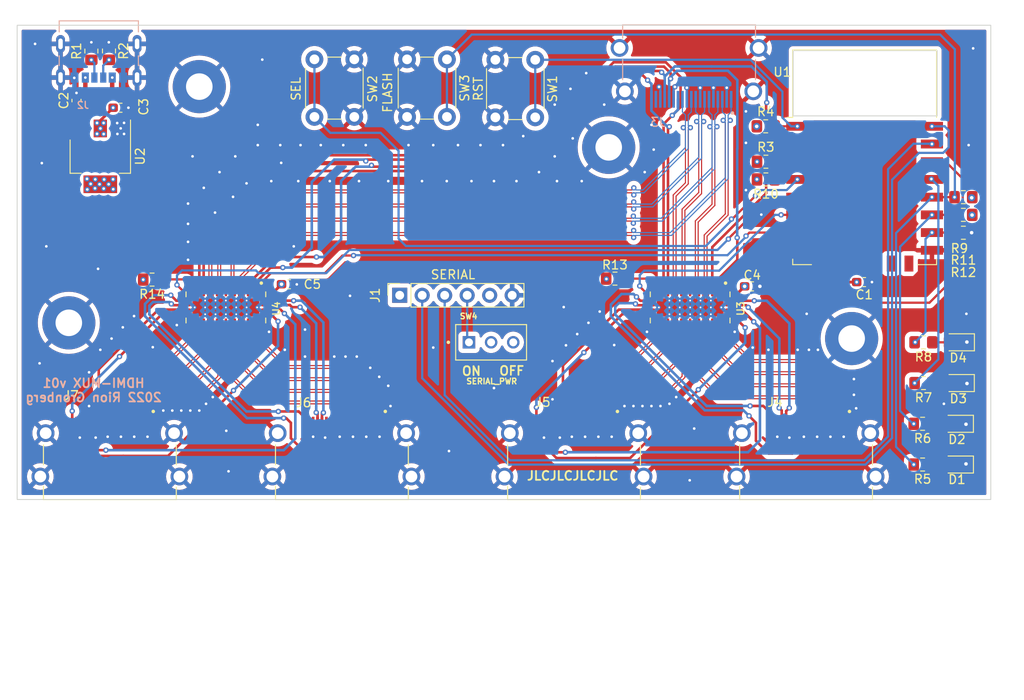
<source format=kicad_pcb>
(kicad_pcb (version 20211014) (generator pcbnew)
  (layers (0 "F.Cu" signal) (1 "In1.Cu" signal) (2 "In2.Cu" signal) (31 "B.Cu" signal) (34 "B.Paste" user) (35 "F.Paste" user) (36 "B.SilkS" user "B.Silkscreen") (37 "F.SilkS" user "F.Silkscreen") (38 "B.Mask" user) (39 "F.Mask" user) (44 "Edge.Cuts" user))
  (net 0 "")
  (net 1 "GND")
  (net 2 "/IN_D2+")
  (net 3 "/IN_D2-")
  (net 5 "/IN_D1+")
  (net 7 "/IN_D1-")
  (net 10 "Net-(D1-Pad2)")
  (net 11 "Net-(D2-Pad2)")
  (net 12 "Net-(D3-Pad2)")
  (net 18 "Net-(D4-Pad2)")
  (net 19 "/USB_RX")
  (net 21 "/USB_TX")
  (net 23 "VBUS")
  (net 24 "/IN_D0+")
  (net 25 "/IN_D0-")
  (net 26 "/IN_CLK+")
  (net 27 "/IN_CLK-")
  (net 28 "/IN_CEC")
  (net 29 "/IN_SCL")
  (net 30 "/IN_SDA")
  (net 31 "/IN_HPD")
  (net 32 "/P1_D2+")
  (net 33 "/P1_D2-")
  (net 34 "/P1_D1+")
  (net 35 "/P1_D1-")
  (net 36 "/P1_D0+")
  (net 37 "/P1_D0-")
  (net 38 "/P1_CEC")
  (net 39 "/P1_SCL")
  (net 40 "/P1_SDA")
  (net 41 "/P1_HPD")
  (net 42 "/P2_D2+")
  (net 43 "/P2_D2-")
  (net 44 "/P2_D1+")
  (net 45 "/P2_D1-")
  (net 46 "/P2_D0+")
  (net 47 "/P2_D0-")
  (net 48 "/P2_CLK+")
  (net 49 "/P2_CLK-")
  (net 50 "/P2_CEC")
  (net 51 "/P2_SCL")
  (net 52 "/P2_SDA")
  (net 53 "/P2_HPD")
  (net 54 "/P3_D2+")
  (net 55 "/P3_D2-")
  (net 56 "/P3_D1+")
  (net 57 "/P3_D1-")
  (net 58 "/P3_D0+")
  (net 59 "/P3_D0-")
  (net 60 "/P3_CLK+")
  (net 61 "/P3_CLK-")
  (net 62 "/P3_CEC")
  (net 63 "/P3_SCL")
  (net 64 "/P3_SDA")
  (net 65 "/P3_HPD")
  (net 66 "/P4_D2+")
  (net 67 "/P4_D2-")
  (net 68 "/P4_D1+")
  (net 70 "/P4_D1-")
  (net 71 "/P4_D0+")
  (net 72 "/P4_D0-")
  (net 73 "/P4_CLK+")
  (net 74 "/P4_CLK-")
  (net 75 "/P4_CEC")
  (net 76 "/P4_SCL")
  (net 77 "/P4_SDA")
  (net 78 "/P4_HPD")
  (net 81 "Net-(R3-Pad2)")
  (net 82 "/LED4")
  (net 83 "/LED2")
  (net 84 "/LED1")
  (net 85 "/LED3")
  (net 86 "Net-(J2-PadB5)")
  (net 87 "+3.3V")
  (net 88 "Net-(J2-PadA5)")
  (net 90 "Net-(R4-Pad2)")
  (net 91 "Net-(R10-Pad1)")
  (net 93 "Net-(R13-Pad1)")
  (net 95 "Net-(R14-Pad1)")
  (net 96 "/MUX_B_SEL")
  (net 98 "/MUX_A_SEL")
  (net 99 "/MUX_B_EN")
  (net 100 "/MUX_A_EN")
  (net 101 "/P1_CLK-")
  (net 102 "/P1_CLK+")
  (net 103 "Net-(J1-Pad4)")
  (footprint "STEWART_SS-53000-001:STEWART_SS-53000-001" (layer "F.Cu") (at 52.42525 62.355)
    (fp_text reference "J6")
    (fp_text value "HDMI_3")
  )
  (footprint "Resistor_SMD:R_0805_2012Metric_Pad1.20x1.40mm_HandSolder" (layer "F.Cu") (at 122.59625 40.63)
    (fp_text reference "R12")
    (fp_text value "10k")
  )
  (footprint "STEWART_SS-53000-001:STEWART_SS-53000-001" (layer "F.Cu") (at 26.22525 62.355)
    (fp_text reference "J7")
    (fp_text value "HDMI_4")
  )
  (footprint "Capacitor_SMD:C_0603_1608Metric_Pad1.08x0.95mm_HandSolder" (layer "F.Cu") (at 22.456 25.704 90)
    (fp_text reference "C2")
    (fp_text value "10uF")
  )
  (footprint "Resistor_SMD:R_0805_2012Metric_Pad1.20x1.40mm_HandSolder" (layer "F.Cu") (at 122.59625 36.61 180)
    (fp_text reference "R9")
    (fp_text value "10k")
  )
  (footprint "Resistor_SMD:R_0805_2012Metric_Pad1.20x1.40mm_HandSolder" (layer "F.Cu") (at 26.126 20.104 -90)
    (fp_text reference "R2")
    (fp_text value "5.1k")
  )
  (footprint "Capacitor_SMD:C_0603_1608Metric_Pad1.08x0.95mm_HandSolder" (layer "F.Cu") (at 98.76 46.68 180)
    (fp_text reference "C4")
    (fp_text value "0.1uF")
  )
  (footprint "Resistor_SMD:R_0805_2012Metric_Pad1.20x1.40mm_HandSolder" (layer "F.Cu") (at 122.59625 38.61 180)
    (fp_text reference "R11")
    (fp_text value "10k")
  )
  (footprint "LED_SMD:LED_0805_2012Metric_Pad1.15x1.40mm_HandSolder" (layer "F.Cu") (at 121.87125 66.8 180)
    (fp_text reference "D1")
    (fp_text value "LED1")
  )
  (footprint "Resistor_SMD:R_0805_2012Metric_Pad1.20x1.40mm_HandSolder" (layer "F.Cu") (at 117.99125 66.8 180)
    (fp_text reference "R5")
    (fp_text value "15")
  )
  (footprint "LED_SMD:LED_0805_2012Metric_Pad1.15x1.40mm_HandSolder" (layer "F.Cu") (at 121.97125 57.6 180)
    (fp_text reference "D3")
    (fp_text value "LED3")
  )
  (footprint "Resistor_SMD:R_0805_2012Metric_Pad1.20x1.40mm_HandSolder" (layer "F.Cu") (at 24.136 20.114 -90)
    (fp_text reference "R1")
    (fp_text value "5.1k")
  )
  (footprint "MountingHole:MountingHole_3mm_Pad" (layer "F.Cu") (at 109.982 52.578)
    (fp_text reference "REF**" hide)
    (fp_text value "MountingHole_3mm_Pad" hide)
  )
  (footprint "Capacitor_SMD:C_0603_1608Metric_Pad1.08x0.95mm_HandSolder" (layer "F.Cu") (at 111.41 46.2 180)
    (fp_text reference "C1")
    (fp_text value "22uF")
  )
  (footprint "Resistor_SMD:R_0805_2012Metric_Pad1.20x1.40mm_HandSolder" (layer "F.Cu") (at 83.26 45.81 180)
    (fp_text reference "R13")
    (fp_text value "10k")
  )
  (footprint "Connector_PinSocket_2.54mm:PinSocket_1x06_P2.54mm_Vertical" (layer "F.Cu") (at 58.95 47.69 90)
    (fp_text reference "J1")
    (fp_text value "SERIAL")
  )
  (footprint "Button_Switch_THT:SW_PUSH_6mm" (layer "F.Cu") (at 69.75375 27.6 90)
    (fp_text reference "SW1")
    (fp_text value "RST")
  )
  (footprint "STEWART_SS-53000-001:STEWART_SS-53000-001" (layer "F.Cu") (at 104.8345 62.3575)
    (fp_text reference "J4")
    (fp_text value "HDMI_1")
  )
  (footprint "MountingHole:MountingHole_3mm_Pad" (layer "F.Cu") (at 82.55 30.988)
    (fp_text reference "REF**" hide)
    (fp_text value "MountingHole_3mm_Pad" hide)
  )
  (footprint "LED_SMD:LED_0805_2012Metric_Pad1.15x1.40mm_HandSolder" (layer "F.Cu") (at 121.98125 53 180)
    (fp_text reference "D4")
    (fp_text value "LED4")
  )
  (footprint "QFN50P900X350X80-43N:QFN50P900X350X80-43N" (layer "F.Cu") (at 39.3245 49.0575 -90)
    (fp_text reference "U4")
    (fp_text value "TS3DV642")
  )
  (footprint "STEWART_SS-53000-001:STEWART_SS-53000-001" (layer "F.Cu") (at 78.6345 62.3575)
    (fp_text reference "J5")
    (fp_text value "HDMI_2")
  )
  (footprint "Button_Switch_THT:SW_PUSH_6mm" (layer "F.Cu") (at 49.32375 27.55 90)
    (fp_text reference "SW2")
    (fp_text value "SEL")
  )
  (footprint "Resistor_SMD:R_0805_2012Metric_Pad1.20x1.40mm_HandSolder" (layer "F.Cu") (at 118.09125 53 180)
    (fp_text reference "R8")
    (fp_text value "15")
  )
  (footprint "Resistor_SMD:R_0805_2012Metric_Pad1.20x1.40mm_HandSolder" (layer "F.Cu") (at 30.99 45.92 180)
    (fp_text reference "R14")
    (fp_text value "10k")
  )
  (footprint "LED_SMD:LED_0805_2012Metric_Pad1.15x1.40mm_HandSolder" (layer "F.Cu") (at 121.86875 62.2 180)
    (fp_text reference "D2")
    (fp_text value "LED2")
  )
  (footprint "Resistor_SMD:R_0805_2012Metric_Pad1.20x1.40mm_HandSolder" (layer "F.Cu") (at 118.09125 57.6 180)
    (fp_text reference "R7")
    (fp_text value "15")
  )
  (footprint "Resistor_SMD:R_0805_2012Metric_Pad1.20x1.40mm_HandSolder" (layer "F.Cu") (at 100.29625 32.61)
    (fp_text reference "R3")
    (fp_text value "10k")
  )
  (footprint "Capacitor_SMD:C_0603_1608Metric_Pad1.08x0.95mm_HandSolder" (layer "F.Cu") (at 27.456 26.514)
    (fp_text reference "C3")
    (fp_text value "10uF")
  )
  (footprint "QFN50P900X350X80-43N:QFN50P900X350X80-43N" (layer "F.Cu") (at 91.74375 49.06 -90)
    (fp_text reference "U3")
    (fp_text value "TS3DV642")
  )
  (footprint "Resistor_SMD:R_0805_2012Metric_Pad1.20x1.40mm_HandSolder" (layer "F.Cu") (at 100.29625 34.61 180)
    (fp_text reference "R10")
    (fp_text value "10k")
  )
  (footprint "Resistor_SMD:R_0805_2012Metric_Pad1.20x1.40mm_HandSolder" (layer "F.Cu") (at 100.27625 28.61)
    (fp_text reference "R4")
    (fp_text value "10k")
  )
  (footprint "MountingHole:MountingHole_3mm_Pad" (layer "F.Cu") (at 21.59 50.8)
    (fp_text reference "REF**" hide)
    (fp_text value "MountingHole_3mm_Pad" hide)
  )
  (footprint "RF_Module:ESP-12E" (layer "F.Cu") (at 111.44625 32.11)
    (fp_text reference "U1")
    (fp_text value "ESP-12F")
  )
  (footprint "Capacitor_SMD:C_0603_1608Metric_Pad1.08x0.95mm_HandSolder" (layer "F.Cu") (at 46.47 46.44 180)
    (fp_text reference "C5")
    (fp_text value "0.1uF")
  )
  (footprint "MINI-SPDT-SW:MINI-SPDT-SW" (layer "F.Cu") (at 69.2715 53)
    (fp_text reference "SW4")
    (fp_text value "SERIAL_PWR")
  )
  (footprint "Resistor_SMD:R_0805_2012Metric_Pad1.20x1.40mm_HandSolder" (layer "F.Cu") (at 117.99125 62.2 180)
    (fp_text reference "R6")
    (fp_text value "15")
  )
  (footprint "Package_TO_SOT_SMD:SOT-223-3_TabPin2" (layer "F.Cu") (at 25.146 32.004 -90)
    (fp_text reference "U2")
    (fp_text value "AMS1117-3.3")
  )
  (footprint "Button_Switch_THT:SW_PUSH_6mm" (layer "F.Cu") (at 64.28375 21.05 -90)
    (fp_text reference "SW3")
    (fp_text value "FLASH")
  )
  (footprint "MountingHole:MountingHole_3mm_Pad" (layer "F.Cu") (at 36.322 24.13)
    (fp_text reference "REF**" hide)
    (fp_text value "MountingHole_3mm_Pad" hide)
  )
  (footprint "CUI_UJC-HP-3-SMT-TR:CUI_UJC-HP-3-SMT-TR" (layer "B.Cu") (at 24.976 23.104)
    (fp_text reference "J2")
    (fp_text value "UJC-HP-3-SMT-TR")
  )
  (footprint "STEWART_SS-53000-001:STEWART_SS-53000-001" (layer "B.Cu") (at 91.6245 25.5625)
    (fp_text reference "J3")
    (fp_text value "HDMI_IN")
  )
  (gr_rect (start 119.634 20.066) (end 103.378 27.432) (layer "Edge.Cuts") (width 0.1) (fill none))
  (gr_rect (start 125.69 70.75) (end 15.76 17.2) (layer "Edge.Cuts") (width 0.1) (fill none))
  (gr_text "HDMI-MUX v01\n2022 Rion Gronberg" (at 24.384 58.42) (layer "B.SilkS") (effects (font (size 1 1) (thickness 0.2)) (justify mirror)))
  (gr_text "ON" (at 67.05 56.25) (layer "F.SilkS") (effects (font (size 1 1) (thickness 0.2))))
  (gr_text "JLCJLCJLCJLC" (at 78.486 68.072) (layer "F.SilkS") (effects (font (size 1 1) (thickness 0.2))))
  (gr_text "OFF" (at 71.6 56.22) (layer "F.SilkS") (effects (font (size 1 1) (thickness 0.2))))
  (segment (start 122.89625 66.8) (end 122.89625 66.735) (width 0.32) (layer "F.Cu") (net 1))
  (segment (start 22.456 24.8415) (end 22.456 24.844) (width 0.25) (layer "F.Cu") (net 1))
  (segment (start 106.0845 63.663872) (end 106.084552 63.663924) (width 0.25) (layer "F.Cu") (net 1))
  (segment (start 52.17525 63.661372) (end 52.175302 63.661424) (width 0.25) (layer "F.Cu") (net 1))
  (segment (start 119.04625 43.56) (end 119.04625 42.61) (width 0.25) (layer "F.Cu") (net 1))
  (segment (start 107.5845 62.3575) (end 107.584499 63.663874) (width 0.25) (layer "F.Cu") (net 1))
  (segment (start 78.3845 63.663872) (end 78.384474 63.663898) (width 0.25) (layer "F.Cu") (net 1))
  (segment (start 109.0845 62.3575) (end 109.084499 63.663874) (width 0.25) (layer "F.Cu") (net 1))
  (segment (start 28.97525 63.661372) (end 28.975257 63.661379) (width 0.25) (layer "F.Cu") (net 1))
  (segment (start 122.99625 57.6) (end 122.99625 57.645) (width 0.32) (layer "F.Cu") (net 1))
  (segment (start 81.3845 62.3575) (end 81.3845 63.663871) (width 0.25) (layer "F.Cu") (net 1))
  (segment (start 25.97525 63.661373) (end 25.975252 63.661375) (width 0.25) (layer "F.Cu") (net 1))
  (segment (start 49.17525 63.661373) (end 49.17524 63.661383) (width 0.25) (layer "F.Cu") (net 1))
  (segment (start 116.40625 46.2) (end 119.04625 43.56) (width 0.25) (layer "F.Cu") (net 1))
  (segment (start 82.8845 63.663872) (end 82.884544 63.663916) (width 0.25) (layer "F.Cu") (net 1))
  (segment (start 53.67525 63.661372) (end 53.675305 63.661427) (width 0.25) (layer "F.Cu") (net 1))
  (segment (start 28.97525 62.355) (end 28.97525 63.661372) (width 0.25) (layer "F.Cu") (net 1))
  (segment (start 53.67525 62.355) (end 53.67525 63.661372) (width 0.25) (layer "F.Cu") (net 1))
  (segment (start 75.3845 63.618271) (end 75.24 63.762771) (width 0.25) (layer "F.Cu") (net 1))
  (segment (start 76.8845 62.3575) (end 76.8845 63.61827) (width 0.25) (layer "F.Cu") (net 1))
  (segment (start 28.3185 26.514) (end 28.3185 27.9715) (width 0.25) (layer "F.Cu") (net 1))
  (segment (start 122.99625 57.645) (end 123.00125 57.65) (width 0.32) (layer "F.Cu") (net 1))
  (segment (start 123.59625 40.63) (end 123.53625 40.63) (width 0.32) (layer "F.Cu") (net 1))
  (segment (start 79.8845 63.663873) (end 79.884468 63.663905) (width 0.25) (layer "F.Cu") (net 1))
  (segment (start 49.17525 62.355) (end 49.17525 63.661373) (width 0.25) (layer "F.Cu") (net 1))
  (segment (start 122.89375 62.2) (end 122.89375 62.2475) (width 0.32) (layer "F.Cu") (net 1))
  (segment (start 101.5845 62.3575) (end 101.5845 63.663872) (width 0.25) (layer "F.Cu") (net 1))
  (segment (start 27.47525 62.355) (end 27.47525 63.661374) (width 0.25) (layer "F.Cu") (net 1))
  (segment (start 79.8845 62.3575) (end 79.8845 63.663873) (width 0.25) (layer "F.Cu") (net 1))
  (segment (start 75.3845 62.3575) (end 75.3845 63.618271) (width 0.25) (layer "F.Cu") (net 1))
  (segment (start 30.47525 62.355) (end 30.47525 63.661372) (width 0.25) (layer "F.Cu") (net 1))
  (segment (start 104.5845 62.3575) (end 104.5845 63.663873) (width 0.25) (layer "F.Cu") (net 1))
  (segment (start 30.47525 63.661372) (end 30.475276 63.661398) (width 0.25) (layer "F.Cu") (net 1))
  (segment (start 103.0945 63.618271) (end 102.95 63.762771) (width 0.25) (layer "F.Cu") (net 1))
  (segment (start 50.67525 62.355) (end 50.67525 63.615771) (width 0.25) (layer "F.Cu") (net 1))
  (segment (start 123.53625 40.63) (end 123.52625 40.62) (width 0.32) (layer "F.Cu") (net 1))
  (segment (start 122.89625 66.735) (end 122.89125 66.73) (width 0.32) (layer "F.Cu") (net 1))
  (segment (start 106.0845 62.3575) (end 106.0845 63.663872) (width 0.25) (layer "F.Cu") (net 1))
  (segment (start 55.17525 62.355) (end 55.17525 63.661374) (width 0.25) (layer "F.Cu") (net 1))
  (segment (start 22.97525 62.355) (end 22.97525 63.615771) (width 0.25) (layer "F.Cu") (net 1))
  (segment (start 28.3185 27.9715) (end 27.446 28.844) (width 0.25) (layer "F.Cu") (net 1))
  (segment (start 122.89375 62.2475) (end 122.89125 62.25) (width 0.32) (layer "F.Cu") (net 1))
  (segment (start 50.67525 63.615771) (end 50.53075 63.760271) (width 0.25) (layer "F.Cu") (net 1))
  (segment (start 101.5845 63.663872) (end 101.584496 63.663876) (width 0.25) (layer "F.Cu") (net 1))
  (segment (start 103.0945 62.3575) (end 103.0945 63.618271) (width 0.25) (layer "F.Cu") (net 1))
  (segment (start 81.3845 63.663871) (end 81.38445 63.663921) (width 0.25) (layer "F.Cu") (net 1))
  (segment (start 123.00625 53) (end 123.00625 52.985) (width 0.32) (layer "F.Cu") (net 1))
  (segment (start 24.47525 63.61577) (end 24.61975 63.76027) (width 0.25) (layer "F.Cu") (net 1))
  (segment (start 123.00625 52.985) (end 122.99125 52.97) (width 0.32) (layer "F.Cu") (net 1))
  (segment (start 22.97525 63.615771) (end 22.83075 63.760271) (width 0.25) (layer "F.Cu") (net 1))
  (segment (start 104.5845 63.663873) (end 104.584557 63.66393) (width 0.25) (layer "F.Cu") (net 1))
  (segment (start 76.8845 63.61827) (end 77.029 63.76277) (width 0.25) (layer "F.Cu") (net 1))
  (segment (start 82.8845 62.3575) (end 82.8845 63.663872) (width 0.25) (layer "F.Cu") (net 1))
  (segment (start 24.47525 62.355) (end 24.47525 63.61577) (width 0.25) (layer "F.Cu") (net 1))
  (segment (start 56.67525 62.355) (end 56.67525 63.661373) (width 0.25) (layer "F.Cu") (net 1))
  (segment (start 25.97525 62.355) (end 25.97525 63.661373) (width 0.25) (layer "F.Cu") (net 1))
  (segment (start 112.2725 46.2) (end 116.40625 46.2) (width 0.25) (layer "F.Cu") (net 1))
  (segment (start 52.17525 62.355) (end 52.17525 63.661372) (width 0.25) (layer "F.Cu") (net 1))
  (segment (start 56.67525 63.661373) (end 56.675252 63.661375) (width 0.25) (layer "F.Cu") (net 1))
  (segment (start 78.3845 62.3575) (end 78.3845 63.663872) (width 0.25) (layer "F.Cu") (net 1))
  (via (at 123.52625 40.62) (size 0.8) (drill 0.4) (layers "F.Cu" "B.Cu") (net 1))
  (via (at 81.534 49.53) (size 0.6) (drill 0.3) (layers "F.Cu" "B.Cu") (net 1))
  (via (at 35.052 39.624) (size 0.6) (drill 0.3) (layers "F.Cu" "B.Cu") (net 1))
  (via (at 61.468 34.798) (size 0.6) (drill 0.3) (layers "F.Cu" "B.Cu") (net 1))
  (via (at 70.612 30.734) (size 0.6) (drill 0.3) (layers "F.Cu" "B.Cu") (net 1))
  (via (at 35.56 32.004) (size 0.6) (drill 0.3) (layers "F.Cu" "B.Cu") (net 1))
  (via (at 18.542 32.766) (size 0.6) (drill 0.3) (layers "F.Cu" "B.Cu") (net 1))
  (via (at 26.106 19.124) (size 0.6) (drill 0.3) (layers "F.Cu" "B.Cu") (net 1))
  (via (at 104.902 49.784) (size 0.6) (drill 0.3) (layers "F.Cu" "B.Cu") (net 1))
  (via (at 59.944 30.734) (size 0.6) (drill 0.3) (layers "F.Cu" "B.Cu") (net 1))
  (via (at 101.584496 63.663876) (size 0.6) (drill 0.3) (layers "F.Cu" "B.Cu") (net 1))
  (via (at 57.912 60.198) (size 0.6) (drill 0.3) (layers "F.Cu" "B.Cu") (net 1))
  (via (at 77.724 53.34) (size 0.6) (drill 0.3) (layers "F.Cu" "B.Cu") (net 1))
  (via (at 88.392 60.198) (size 0.6) (drill 0.3) (layers "F.Cu" "B.Cu") (net 1))
  (via (at 80.264 50.8) (size 0.6) (drill 0.3) (layers "F.Cu" "B.Cu") (net 1))
  (via (at 41.656 35.052) (size 0.6) (drill 0.3) (layers "F.Cu" "B.Cu") (net 1))
  (via (at 90.019 24.15723) (size 0.6) (drill 0.3) (layers "F.Cu" "B.Cu") (net 1))
  (via (at 76.454 26.162) (size 0.6) (drill 0.3) (layers "F.Cu" "B.Cu") (net 1))
  (via (at 51.562 54.61) (size 0.6) (drill 0.3) (layers "F.Cu" "B.Cu") (net 1))
  (via (at 25.975252 63.661375) (size 0.6) (drill 0.3) (layers "F.Cu" "B.Cu") (net 1))
  (via (at 76.2 55.118) (size 0.6) (drill 0.3) (layers "F.Cu" "B.Cu") (net 1))
  (via (at 99.78 38.58) (size 0.6) (drill 0.3) (layers "F.Cu" "B.Cu") (net 1))
  (via (at 82.884544 63.663916) (size 0.6) (drill 0.3) (layers "F.Cu" "B.Cu") (net 1))
  (via (at 47.752 30.734) (size 0.6) (drill 0.3) (layers "F.Cu" "B.Cu") (net 1))
  (via (at 25.146 53.848) (size 0.6) (drill 0.3) (layers "F.Cu" "B.Cu") (net 1))
  (via (at 79.502 34.798) (size 0.6) (drill 0.3) (layers "F.Cu" "B.Cu") (net 1))
  (via (at 98.044 26.924) (size 0.6) (drill 0.3) (layers "F.Cu" "B.Cu") (net 1))
  (via (at 56.642 56.896) (size 0.6) (drill 0.3) (layers "F.Cu" "B.Cu") (net 1))
  (via (at 33.782 51.054) (size 0.6) (drill 0.3) (layers "F.Cu" "B.Cu") (net 1))
  (via (at 79.884468 63.663905) (size 0.6) (drill 0.3) (layers "F.Cu" "B.Cu") (net 1))
  (via (at 98.044 35.814) (size 0.6) (drill 0.3) (layers "F.Cu" "B.Cu") (net 1))
  (via (at 98.044 30.48) (size 0.6) (drill 0.3) (layers "F.Cu" "B.Cu") (net 1))
  (via (at 95.874542 24.256086) (size 0.6) (drill 0.3) (layers "F.Cu" "B.Cu") (net 1))
  (via (at 38.608 33.782) (size 0.6) (drill 0.3) (layers "F.Cu" "B.Cu") (net 1))
  (via (at 78.232 24.384) (size 0.6) (drill 0.3) (layers "F.Cu" "B.Cu") (net 1))
  (via (at 90.17 59.182) (size 0.6) (drill 0.3) (layers "F.Cu" "B.Cu") (net 1))
  (via (at 43.434 21.082) (size 0.6) (drill 0.3) (layers "F.Cu" "B.Cu") (net 1))
  (via (at 28.956 50.038) (size 0.6) (drill 0.3) (layers "F.Cu" "B.Cu") (net 1))
  (via (at 35.052 37.338) (size 0.6) (drill 0.3) (layers "F.Cu" "B.Cu") (net 1))
  (via (at 23.876 60.198) (size 0.6) (drill 0.3) (layers "F.Cu" "B.Cu") (net 1))
  (via (at 76.708 34.798) (size 0.6) (drill 0.3) (layers "F.Cu" "B.Cu") (net 1))
  (via (at 57.658 34.798) (size 0.6) (drill 0.3) (layers "F.Cu" "B.Cu") (net 1))
  (via (at 72.898 29.718) (size 0.6) (drill 0.3) (layers "F.Cu" "B.Cu") (net 1))
  (via (at 110.236 58.928) (size 0.6) (drill 0.3) (layers "F.Cu" "B.Cu") (net 1))
  (via (at 52.578 30.734) (size 0.6) (drill 0.3) (layers "F.Cu" "B.Cu") (net 1))
  (via (at 54.102 54.61) (size 0.6) (drill 0.3) (layers "F.Cu" "B.Cu") (net 1))
  (via (at 39.37 62.992) (size 0.6) (drill 0.3) (layers "F.Cu" "B.Cu") (net 1))
  (via (at 123.19 30.734) (size 0.6) (drill 0.3) (layers "F.Cu" "B.Cu") (net 1))
  (via (at 49.17524 63.661383) (size 0.6) (drill 0.3) (layers "F.Cu" "B.Cu") (net 1))
  (via (at 28.975257 63.661379) (size 0.6) (drill 0.3) (layers "F.Cu" "B.Cu") (net 1))
  (via (at 22.83075 63.760271) (size 0.6) (drill 0.3) (layers "F.Cu" "B.Cu") (net 1))
  (via (at 122.936 49.784) (size 0.6) (drill 0.3) (layers "F.Cu" "B.Cu") (net 1))
  (via (at 35.306 60.706) (size 0.6) (drill 0.3) (layers "F.Cu" "B.Cu") (net 1))
  (via (at 56.675252 63.661375) (size 0.6) (drill 0.3) (layers "F.Cu" "B.Cu") (net 1))
  (via (at 110.236 57.15) (size 0.6) (drill 0.3) (layers "F.Cu" "B.Cu") (net 1))
  (via (at 47.498 34.798) (size 0.6) (drill 0.3) (layers "F.Cu" "B.Cu") (net 1))
  (via (at 32.258 60.706) (size 0.6) (drill 0.3) (layers "F.Cu" "B.Cu") (net 1))
  (via (at 109.084499 63.663874) (size 0.6) (drill 0.3) (layers "F.Cu" "B.Cu") (net 1))
  (via (at 44.196 51.816) (size 0.6) (drill 0.3) (layers "F.Cu" "B.Cu") (net 1))
  (via (at 86.868 51.816) (size 0.6) (drill 0.3) (layers "F.Cu" "B.Cu") (net 1))
  (via (at 80.01 22.606) (size 0.6) (drill 0.3) (layers "F.Cu" "B.Cu") (net 1))
  (via (at 103.886 53.848) (size 0.6) (drill 0.3) (layers "F.Cu" "B.Cu") (net 1))
  (via (at 40.386 32.004) (size 0.6) (drill 0.3) (layers "F.Cu" "B.Cu") (net 1))
  (via (at 98.806 53.594) (size 0.6) (drill 0.3) (layers "F.Cu" "B.Cu") (net 1))
  (via (at 92.874546 24.256082) (size 0.6) (drill 0.3) (layers "F.Cu" "B.Cu") (net 1))
  (via (at 24.892 44.704) (size 0.6) (drill 0.3) (layers "F.Cu" "B.Cu") (net 1))
  (via (at 57.658 57.912) (size 0.6) (drill 0.3) (layers "F.Cu" "B.Cu") (net 1))
  (via (at 104.584557 63.66393) (size 0.6) (drill 0.3) (layers "F.Cu" "B.Cu") (net 1))
  (via (at 23.876 56.388) (size 0.6) (drill 0.3) (layers "F.Cu" "B.Cu") (net 1))
  (via (at 53.34 47.752) (size 0.6) (drill 0.3) (layers "F.Cu" "B.Cu") (net 1))
  (via (at 36.83 35.56) (size 0.6) (drill 0.3) (layers "F.Cu" "B.Cu") (net 1))
  (via (at 35.052 41.656) (size 0.6) (drill 0.3) (layers "F.Cu" "B.Cu") (net 1))
  (via (at 82.042 26.162) (size 0.6) (drill 0.3) (layers "F.Cu" "B.Cu") (net 1))
  (via (at 27.826 29.474) (size 0.6) (drill 0.3) (layers "F.Cu" "B.Cu") (net 1))
  (via (at 44.45 34.798) (size 0.6) (drill 0.3) (layers "F.Cu" "B.Cu") (net 1))
  (via (at 122.99125 52.97) (size 0.8) (drill 0.4) (layers "F.Cu" "B.Cu") (net 1))
  (via (at 50.53075 63.760271) (size 0.6) (drill 0.3) (layers "F.Cu" "B.Cu") (net 1))
  (via (at 92.202 62.738) (size 0.6) (drill 0.3) (layers "F.Cu" "B.Cu") (net 1))
  (via (at 27.076 29.474) (size 0.6) (drill 0.3) (layers "F.Cu" "B.Cu") (net 1))
  (via (at 55.626 55.88) (size 0.6) (drill 0.3) (layers "F.Cu" "B.Cu") (net 1))
  (via (at 69.596 34.798) (size 0.6) (drill 0.3) (layers "F.Cu" "B.Cu") (net 1))
  (via (at 45.466 30.734) (size 0.6) (drill 0.3) (layers "F.Cu" "B.Cu") (net 1))
  (via (at 110.49 60.452) (size 0.6) (drill 0.3) (layers "F.Cu" "B.Cu") (net 1))
  (via (at 106.172 53.848) (size 0.6) (drill 0.3) (layers "F.Cu" "B.Cu") (net 1))
  (via (at 54.356 34.798) (size 0.6) (drill 0.3) (layers "F.Cu" "B.Cu") (net 1))
  (via (at 34.29 60.706) (size 0.6) (drill 0.3) (layers "F.Cu" "B.Cu") (net 1))
  (via (at 84.328 60.198) (size 0.6) (drill 0.3) (layers "F.Cu" "B.Cu") (net 1))
  (via (at 89.408 59.944) (size 0.6) (drill 0.3) (layers "F.Cu" "B.Cu") (net 1))
  (via (at 27.826 28.224) (size 0.6) (drill 0.3) (layers "F.Cu" "B.Cu") (net 1))
  (via (at 62.738 53.594) (size 0.6) (drill 0.3) (layers "F.Cu" "B.Cu") (net 1))
  (via (at 81.38445 63.663921) (size 0.6) (drill 0.3) (layers "F.Cu" "B.Cu") (net 1))
  (via (at 19.05 42.164) (size 0.6) (drill 0.3) (layers "F.Cu" "B.Cu") (net 1))
  (via (at 31.07 53.55) (size 0.6) (drill 0.3) (layers "F.Cu" "B.Cu") (net 1))
  (via (at 38.1 38.354) (size 0.6) (drill 0.3) (layers "F.Cu" "B.Cu") (net 1))
  (via (at 77.029 63.76277) (size 0.6) (drill 0.3) (layers "F.Cu" "B.Cu") (net 1))
  (via (at 37.084 59.944) (size 0.6) (drill 0.3) (layers "F.Cu" "B.Cu") (net 1))
  (via (at 42.926 28.448) (size 0.6) (drill 0.3) (layers "F.Cu" "B.Cu") (net 1))
  (via (at 50.038 30.734) (size 0.6) (drill 0.3) (layers "F.Cu" "B.Cu") (net 1))
  (via (at 87.63 31.242) (size 0.6) (drill 0.3) (layers "F.Cu" "B.Cu") (net 1))
  (via (at 76.454 32.004) (size 0.6) (drill 0.3) (layers "F.Cu" "B.Cu") (net 1))
  (via (at 86.614 33.782) (size 0.6) (drill 0.3) (layers "F.Cu" "B.Cu") (net 1))
  (via (at 68.072 30.734) (size 0.6) (drill 0.3) (layers "F.Cu" "B.Cu") (net 1))
  (via (at 87.376 28.448) (size 0.6) (drill 0.3) (layers "F.Cu" "B.Cu") (net 1))
  (via (at 24.136 19.124) (size 0.6) (drill 0.3) (layers "F.Cu" "B.Cu") (net 1))
  (via (at 112.2725 46.2) (size 0.6) (drill 0.3) (layers "F.Cu" "B.Cu") (net 1))
  (via (at 64.516 65.278) (size 0.6) (drill 0.3) (layers "F.Cu" "B.Cu") (net 1))
  (via (at 17.78 19.304) (size 0.6) (drill 0.3) (layers "F.Cu" "B.Cu") (net 1))
  (via (at 27.446 28.844) (size 0.6) (drill 0.3) (layers "F.Cu" "B.Cu") (net 1))
  (via (at 122.89125 62.25) (size 0.8) (drill 0.4) (layers "F.Cu" "B.Cu") (net 1))
  (via (at 122.89125 66.73) (size 0.8) (drill 0.4) (layers "F.Cu" "B.Cu") (net 1))
  (via (at 74.676 33.782) (size 0.6) (drill 0.3) (layers "F.Cu" "B.Cu") (net 1))
  (via (at 53.675305 63.661427) (size 0.6) (drill 0.3) (layers "F.Cu" "B.Cu") (net 1))
  (via (at 102.95 63.762771) (size 0.6) (drill 0.3) (layers "F.Cu" "B.Cu") (net 1))
  (via (at 18.288 55.372) (size 0.6) (drill 0.3) (layers "F.Cu" "B.Cu") (net 1))
  (via (at 77.47 49.022) (size 0.6) (drill 0.3) (layers "F.Cu" "B.Cu") (net 1))
  (via (at 52.175302 63.661424) (size 0.6) (drill 0.3) (layers "F.Cu" "B.Cu") (net 1))
  (via (at 22.206 23.144) (size 0.6) (drill 0.3) (layers "F.Cu" "B.Cu") (net 1))
  (via (at 75.24 63.762771) (size 0.6) (drill 0.3) (layers "F.Cu" "B.Cu") (net 1))
  (via (at 52.832 54.61) (size 0.6) (drill 0.3) (layers "F.Cu" "B.Cu") (net 1))
  (via (at 100.584 53.848) (size 0.6) (drill 0.3) (layers "F.Cu" "B.Cu") (net 1))
  (via (at 47.33 46.46) (size 0.6) (drill 0.3) (layers "F.Cu" "B.Cu") (net 1))
  (via (at 76.2 59.436) (size 0.6) (drill 0.3) (layers "F.Cu" "B.Cu") (net 1))
  (via (at 48.26 51.562) (size 0.6) (drill 0.3) (layers "F.Cu" "B.Cu") (net 1))
  (via (at 39.624 67.564) (size 0.6) (drill 0.3) (layers "F.Cu" "B.Cu") (net 1))
  (via (at 36.322 60.706) (size 0.6) (drill 0.3) (layers "F.Cu" "B.Cu") (net 1))
  (via (at 85.344 60.198) (size 0.6) (drill 0.3) (layers "F.Cu" "B.Cu") (net 1))
  (via (at 35.052 43.688) (size 0.6) (drill 0.3) (layers "F.Cu" "B.Cu") (net 1))
  (via (at 45.974 53.848) (size 0.6) (drill 0.3) (layers "F.Cu" "B.Cu") (net 1))
  (via (at 27.051 28.2448) (size 0.6) (drill 0.3) (layers "F.Cu" "B.Cu") (net 1))
  (via (at 86.36 60.198) (size 0.6) (drill 0.3) (layers "F.Cu" "B.Cu") (net 1))
  (via (at 78.486 29.972) (size 0.6) (drill 0.3) (layers "F.Cu" "B.Cu") (net 1))
  (via (at 37.846 59.182) (size 0.6) (drill 0.3) (layers "F.Cu" "B.Cu") (net 1))
  (via (at 94.374547 24.256081) (size 0.6) (drill 0.3) (layers "F.Cu" "B.Cu") (net 1))
  (via (at 96.774 51.816) (size 0.6) (drill 0.3) (layers "F.Cu" "B.Cu") (net 1))
  (via (at 78.384474 63.663898) (size 0.6) (drill 0.3) (layers "F.Cu" "B.Cu") (net 1))
  (via (at 46.99 42.164) (size 0.6) (drill 0.3) (layers "F.Cu" "B.Cu") (net 1))
  (via (at 105.156 53.848) (size 0.6) (drill 0.3) (layers "F.Cu" "B.Cu") (net 1))
  (via (at 91.374544 24.256084) (size 0.6) (drill 0.3) (layers "F.Cu" "B.Cu") (net 1))
  (via (at 78.994 52.07) (size 0.6) (drill 0.3) (layers "F.Cu" "B.Cu") (net 1))
  (via (at 45.57 32.74) (size 0.6) (drill 0.3) (layers "F.Cu" "B.Cu") (net 1))
  (via (at 72.136 34.798) (size 0.6) (drill 0.3) (layers "F.Cu" "B.Cu") (net 1))
  (via (at 42.926 30.734) (size 0.6) (drill 0.3) (layers "F.Cu" "B.Cu") (net 1))
  (via (at 123.00125 57.65) (size 0.8) (drill 0.4) (layers "F.Cu" "B.Cu") (net 1))
  (via (at 83.17 53.31) (size 0.6) (drill 0.3) (layers "F.Cu" "B.Cu") (net 1))
  (via (at 91.694 68.58) (size 0.6) (drill 0.3) (layers "F.Cu" "B.Cu") (net 1))
  (via (at 107.584499 63.663874) (size 0.6) (drill 0.3) (layers "F.Cu" "B.Cu") (net 1))
  (via (at 28.3185 26.514) (size 0.6) (drill 0.3) (layers "F.Cu" "B.Cu") (net 1))
  (via (at 64.262 34.798) (size 0.6) (drill 0.3) (layers "F.Cu" "B.Cu") (net 1))
  (via (at 51.054 34.798) (size 0.6) (drill 0.3) (layers "F.Cu" "B.Cu") (net 1))
  (via (at 87.376 60.198) (size 0.6) (drill 0.3) (layers "F.Cu" "B.Cu") (net 1))
  (via (at 65.532 30.734) (size 0.6) (drill 0.3) (layers "F.Cu" "B.Cu") (net 1))
  (via (at 62.738 30.734) (size 0.6) (drill 0.3) (layers "F.Cu" "B.Cu") (net 1))
  (via (at 48.26 54.61) (size 0.6) (drill 0.3) (layers "F.Cu" "B.Cu") (net 1))
  (via (at 67.056 34.798) (size 0.6) (drill 0.3) (layers "F.Cu" "B.Cu") (net 1))
  (via (at 26.416 52.578) (size 0.6) (drill 0.3) (layers "F.Cu" "B.Cu") (net 1))
  (via (at 27.47525 63.661374) (size 0.6) (drill 0.3) (layers "F.Cu" "B.Cu") (net 1))
  (via (at 88.23 24.157229) (size 0.6) (drill 0.3) (layers "F.Cu" "B.Cu") (net 1))
  (via (at 55.17525 63.661374) (size 0.6) (drill 0.3) (layers "F.Cu" "B.Cu") (net 1))
  (via (at 24.61975 63.76027) (size 0.6) (drill 0.3) (layers "F.Cu" "B.Cu") (net 1))
  (via (at 69.596 58.166) (size 0.6) (drill 0.3) (layers "F.Cu" "B.Cu") (net 1))
  (via (at 40.132 36.576) (size 0.6) (drill 0.3) (layers "F.Cu" "B.Cu") (net 1))
  (via (at 30.475276 63.661398) (size 0.6) (drill 0.3) (layers "F.Cu" "B.Cu") (net 1))
  (via (at 99.62 46.68) (size 0.8) (drill 0.4) (layers "F.Cu" "B.Cu") (net 1))
  (via (at 123.698 19.812) (size 0.6) (drill 0.3) (layers "F.Cu" "B.Cu") (net 1))
  (via (at 33.274 60.706) (size 0.6) (drill 0.3) (layers "F.Cu" "B.Cu") (net 1))
  (via (at 27.686 51.308) (size 0.6) (drill 0.3) (layers "F.Cu" "B.Cu") (net 1))
  (via (at 55.118 30.734) (size 0.6) (drill 0.3) (layers "F.Cu" "B.Cu") (net 1))
  (via (at 120.396 59.944) (size 0.6) (drill 0.3) (layers "F.Cu" "B.Cu") (net 1))
  (via (at 22.456 24.844) (size 0.6) (drill 0.3) (layers "F.Cu" "B.Cu") (net 1))
  (via (at 106.084552 63.663924) (size 0.6) (drill 0.3) (layers "F.Cu" "B.Cu") (net 1))
  (segment (start 88.3745 24.301729) (end 88.23 24.157229) (width 0.25) (layer "B.Cu") (net 1))
  (segment (start 94.3745 25.5625) (end 94.3745 24.256128) (width 0.25) (layer "B.Cu") (net 1))
  (segment (start 92.8745 25.5625) (end 92.8745 24.256128) (width 0.25) (layer "B.Cu") (net 1))
  (segment (start 94.3745 24.256128) (end 94.374547 24.256081) (width 0.25) (layer "B.Cu") (net 1))
  (segment (start 27.726 23.384) (end 27.746 23.404) (width 0.25) (layer "B.Cu") (net 1))
  (segment (start 91.3745 24.256128) (end 91.374544 24.256084) (width 0.25) (layer "B.Cu") (net 1))
  (segment (start 22.226 23.394) (end 22.206 23.144) (width 0.25) (layer "B.Cu") (net 1))
  (segment (start 92.8745 24.256128) (end 92.874546 24.256082) (width 0.25) (layer "B.Cu") (net 1))
  (segment (start 91.3745 25.5625) (end 91.3745 24.256128) (width 0.25) (layer "B.Cu") (net 1))
  (segment (start 89.8745 24.30173) (end 90.019 24.15723) (width 0.25) (layer "B.Cu") (net 1))
  (segment (start 89.8745 25.5625) (end 89.8745 24.30173) (width 0.25) (layer "B.Cu") (net 1))
  (segment (start 22.206 23.144) (end 22.246 23.414) (width 0.25) (layer "B.Cu") (net 1))
  (segment (start 88.3745 25.5625) (end 88.3745 24.301729) (width 0.25) (layer "B.Cu") (net 1))
  (segment (start 95.8745 25.5625) (end 95.8745 24.256128) (width 0.25) (layer "B.Cu") (net 1))
  (segment (start 95.8745 24.256128) (end 95.874542 24.256086) (width 0.25) (layer "B.Cu") (net 1))
  (segment (start 93.653251 41.016067) (end 93.653251 47.284501) (width 0.127) (layer "F.Cu") (net 2))
  (segment (start 41.234001 47.282001) (end 41.3245 47.3725) (width 0.127) (layer "F.Cu") (net 2))
  (segment (start 85.127251 40.929501) (end 45.959817 40.929501) (width 0.127) (layer "F.Cu") (net 2))
  (segment (start 96.034001 28.176499) (end 96.034001 38.635317) (width 0.127) (layer "F.Cu") (net 2))
  (segment (start 85.36375 41.166) (end 85.127251 40.929501) (width 0.127) (layer "F.Cu") (net 2))
  (segment (start 93.653251 47.284501) (end 93.74375 47.375) (width 0.127) (layer "F.Cu") (net 2))
  (segment (start 45.959817 40.929501) (end 41.234001 45.655317) (width 0.127) (layer "F.Cu") (net 2))
  (segment (start 41.234001 45.655317) (end 41.234001 47.282001) (width 0.127) (layer "F.Cu") (net 2))
  (segment (start 96.2705 27.94) (end 96.034001 28.176499) (width 0.127) (layer "F.Cu") (net 2))
  (segment (start 96.034001 38.635317) (end 93.653251 41.016067) (width 0.127) (layer "F.Cu") (net 2))
  (via (at 85.36375 41.166) (size 0.6) (drill 0.3) (layers "F.Cu" "B.Cu") (net 2))
  (via (at 96.2705 27.94) (size 0.6) (drill 0.3) (layers "F.Cu" "B.Cu") (net 2))
  (segment (start 85.600249 40.929501) (end 85.36375 41.166) (width 0.127) (layer "B.Cu") (net 2))
  (segment (start 96.3745 25.5625) (end 96.3745 26.987501) (width 0.127) (layer "B.Cu") (net 2))
  (segment (start 96.034 27.328001) (end 96.034001 27.703501) (width 0.127) (layer "B.Cu") (net 2))
  (segment (start 96.034001 27.703501) (end 96.2705 27.94) (width 0.127) (layer "B.Cu") (net 2))
  (segment (start 96.2705 27.94) (end 96.034001 28.176499) (width 0.127) (layer "B.Cu") (net 2))
  (segment (start 89.639817 40.929501) (end 85.600249 40.929501) (width 0.127) (layer "B.Cu") (net 2))
  (segment (start 96.034001 34.535317) (end 89.639817 40.929501) (width 0.127) (layer "B.Cu") (net 2))
  (segment (start 96.034001 28.176499) (end 96.034001 34.535317) (width 0.127) (layer "B.Cu") (net 2))
  (segment (start 96.3745 26.987501) (end 96.034 27.328001) (width 0.127) (layer "B.Cu") (net 2))
  (segment (start 40.914999 45.523183) (end 40.914999 47.282001) (width 0.127) (layer "F.Cu") (net 3))
  (segment (start 95.714999 38.503183) (end 93.334249 40.883933) (width 0.127) (layer "F.Cu") (net 3))
  (segment (start 85.36375 40.374) (end 85.127251 40.610499) (width 0.127) (layer "F.Cu") (net 3))
  (segment (start 93.334249 47.284501) (end 93.24375 47.375) (width 0.127) (layer "F.Cu") (net 3))
  (segment (start 93.334249 40.883933) (end 93.334249 47.284501) (width 0.127) (layer "F.Cu") (net 3))
  (segment (start 95.4785 27.94) (end 95.714999 28.176499) (width 0.127) (layer "F.Cu") (net 3))
  (segment (start 95.714999 28.176499) (end 95.714999 38.503183) (width 0.127) (layer "F.Cu") (net 3))
  (segment (start 85.127251 40.610499) (end 45.827683 40.610499) (width 0.127) (layer "F.Cu") (net 3))
  (segment (start 45.827683 40.610499) (end 40.914999 45.523183) (width 0.127) (layer "F.Cu") (net 3))
  (segment (start 40.914999 47.282001) (end 40.8245 47.3725) (width 0.127) (layer "F.Cu") (net 3))
  (via (at 95.4785 27.94) (size 0.6) (drill 0.3) (layers "F.Cu" "B.Cu") (net 3))
  (via (at 85.36375 40.374) (size 0.6) (drill 0.3) (layers "F.Cu" "B.Cu") (net 3))
  (segment (start 95.3745 26.987501) (end 95.715 27.328001) (width 0.127) (layer "B.Cu") (net 3))
  (segment (start 85.600249 40.610499) (end 85.36375 40.374) (width 0.127) (layer "B.Cu") (net 3))
  (segment (start 95.714999 34.403183) (end 89.507683 40.610499) (width 0.127) (layer "B.Cu") (net 3))
  (segment (start 95.715 27.328001) (end 95.714999 27.703501) (width 0.127) (layer "B.Cu") (net 3))
  (segment (start 95.4785 27.94) (end 95.714999 28.176499) (width 0.127) (layer "B.Cu") (net 3))
  (segment (start 89.507683 40.610499) (end 85.600249 40.610499) (width 0.127) (layer "B.Cu") (net 3))
  (segment (start 95.3745 25.5625) (end 95.3745 26.987501) (width 0.127) (layer "B.Cu") (net 3))
  (segment (start 95.714999 28.176499) (end 95.714999 34.403183) (width 0.127) (layer "B.Cu") (net 3))
  (segment (start 95.714999 27.703501) (end 95.4785 27.94) (width 0.127) (layer "B.Cu") (net 3))
  (segment (start 85.097251 39.309501) (end 45.009817 39.309501) (width 0.127) (layer "F.Cu") (net 5))
  (segment (start 85.33375 39.546) (end 85.097251 39.309501) (width 0.127) (layer "F.Cu") (net 5))
  (segment (start 92.653251 47.284501) (end 92.74375 47.375) (width 0.127) (layer "F.Cu") (net 5))
  (segment (start 94.534001 28.886499) (end 94.534001 37.545317) (width 0.127) (layer "F.Cu") (net 5))
  (segment (start 40.234001 44.085317) (end 40.234001 47.282001) (width 0.127) (layer "F.Cu") (net 5))
  (segment (start 94.7705 28.65) (end 94.534001 28.886499) (width 0.127) (layer "F.Cu") (net 5))
  (segment (start 92.653251 39.426067) (end 92.653251 47.284501) (width 0.127) (layer "F.Cu") (net 5))
  (segment (start 94.534001 37.545317) (end 92.653251 39.426067) (width 0.127) (layer "F.Cu") (net 5))
  (segment (start 45.009817 39.309501) (end 40.234001 44.085317) (width 0.127) (layer "F.Cu") (net 5))
  (segment (start 40.234001 47.282001) (end 40.3245 47.3725) (width 0.127) (layer "F.Cu") (net 5))
  (via (at 94.7705 28.65) (size 0.6) (drill 0.3) (layers "F.Cu" "B.Cu") (net 5))
  (via (at 85.33375 39.546) (size 0.6) (drill 0.3) (layers "F.Cu" "B.Cu") (net 5))
  (segment (start 94.8745 25.5625) (end 94.8745 26.987501) (width 0.127) (layer "B.Cu") (net 5))
  (segment (start 85.570249 39.309501) (end 85.33375 39.546) (width 0.127) (layer "B.Cu") (net 5))
  (segment (start 94.7705 28.65) (end 94.534001 28.886499) (width 0.127) (layer "B.Cu") (net 5))
  (segment (start 94.8745 26.987501) (end 94.534 27.328001) (width 0.127) (layer "B.Cu") (net 5))
  (segment (start 88.619817 39.309501) (end 85.570249 39.309501) (width 0.127) (layer "B.Cu") (net 5))
  (segment (start 94.534 27.328001) (end 94.534001 28.413501) (width 0.127) (layer "B.Cu") (net 5))
  (segment (start 94.534001 28.413501) (end 94.7705 28.65) (width 0.127) (layer "B.Cu") (net 5))
  (segment (start 94.534001 33.395317) (end 88.619817 39.309501) (width 0.127) (layer "B.Cu") (net 5))
  (segment (start 94.534001 28.886499) (end 94.534001 33.395317) (width 0.127) (layer "B.Cu") (net 5))
  (segment (start 94.214999 37.413183) (end 92.334249 39.293933) (width 0.127) (layer "F.Cu") (net 7))
  (segment (start 94.214999 28.886499) (end 94.214999 37.413183) (width 0.127) (layer "F.Cu") (net 7))
  (segment (start 44.877683 38.990499) (end 39.914999 43.953183) (width 0.127) (layer "F.Cu") (net 7))
  (segment (start 93.9785 28.65) (end 94.214999 28.886499) (width 0.127) (layer "F.Cu") (net 7))
  (segment (start 92.334249 47.284501) (end 92.24375 47.375) (width 0.127) (layer "F.Cu") (net 7))
  (segment (start 85.33375 38.754) (end 85.097251 38.990499) (width 0.127) (layer "F.Cu") (net 7))
  (segment (start 85.097251 38.990499) (end 44.877683 38.990499) (width 0.127) (layer "F.Cu") (net 7))
  (segment (start 39.914999 43.953183) (end 39.914999 47.282001) (width 0.127) (layer "F.Cu") (net 7))
  (segment (start 92.334249 39.293933) (end 92.334249 47.284501) (width 0.127) (layer "F.Cu") (net 7))
  (segment (start 39.914999 47.282001) (end 39.8245 47.3725) (width 0.127) (layer "F.Cu") (net 7))
  (via (at 93.9785 28.65) (size 0.6) (drill 0.3) (layers "F.Cu" "B.Cu") (net 7))
  (via (at 85.33375 38.754) (size 0.6) (drill 0.3) (layers "F.Cu" "B.Cu") (net 7))
  (segment (start 93.8745 26.987501) (end 94.215 27.328001) (width 0.127) (layer "B.Cu") (net 7))
  (segment (start 94.214999 28.886499) (end 94.214999 33.263183) (width 0.127) (layer "B.Cu") (net 7))
  (segment (start 93.9785 28.65) (end 94.214999 28.886499) (width 0.127) (layer "B.Cu") (net 7))
  (segment (start 93.8745 25.5625) (end 93.8745 26.987501) (width 0.127) (layer "B.Cu") (net 7))
  (segment (start 94.214999 28.413501) (end 93.9785 28.65) (width 0.127) (layer "B.Cu") (net 7))
  (segment (start 94.215 27.328001) (end 94.214999 28.413501) (width 0.127) (layer "B.Cu") (net 7))
  (segment (start 88.487683 38.990499) (end 85.570249 38.990499) (width 0.127) (layer "B.Cu") (net 7))
  (segment (start 85.570249 38.990499) (end 85.33375 38.754) (width 0.127) (layer "B.Cu") (net 7))
  (segment (start 94.214999 33.263183) (end 88.487683 38.990499) (width 0.127) (layer "B.Cu") (net 7))
  (segment (start 120.84625 66.8) (end 118.99125 66.8) (width 0.25) (layer "F.Cu") (net 10))
  (segment (start 118.99125 62.2) (end 120.84375 62.2) (width 0.25) (layer "F.Cu") (net 11))
  (segment (start 120.94625 57.6) (end 119.09125 57.6) (width 0.25) (layer "F.Cu") (net 12))
  (segment (start 119.09125 53) (end 120.95625 53) (width 0.25) (layer "F.Cu") (net 18))
  (via (at 119.04625 28.61) (size 0.6) (drill 0.3) (layers "F.Cu" "B.Cu") (net 19))
  (segment (start 120.48375 28.61) (end 120.94375 29.07) (width 0.25) (layer "B.Cu") (net 19))
  (segment (start 111.541448 66.81) (end 71.247354 66.81) (width 0.25) (layer "B.Cu") (net 19))
  (segment (start 114.54375 34.65) (end 114.54375 63.807698) (width 0.25) (layer "B.Cu") (net 19))
  (segment (start 117.58375 31.61) (end 114.54375 34.65) (width 0.25) (layer "B.Cu") (net 19))
  (segment (start 71.247354 66.81) (end 61.49 57.052646) (width 0.25) (layer "B.Cu") (net 19))
  (segment (start 61.49 57.052646) (end 61.49 47.69) (width 0.25) (layer "B.Cu") (net 19))
  (segment (start 120.94375 29.07) (end 120.94375 30.98) (width 0.25) (layer "B.Cu") (net 19))
  (segment (start 114.54375 63.807698) (end 111.541448 66.81) (width 0.25) (layer "B.Cu") (net 19))
  (segment (start 119.04625 28.61) (end 120.48375 28.61) (width 0.25) (layer "B.Cu") (net 19))
  (segment (start 120.94375 30.98) (end 120.31375 31.61) (width 0.25) (layer "B.Cu") (net 19))
  (segment (start 120.31375 31.61) (end 117.58375 31.61) (width 0.25) (layer "B.Cu") (net 19))
  (via (at 119.04625 30.61) (size 0.6) (drill 0.3) (layers "F.Cu" "B.Cu") (net 21))
  (segment (start 114.09375 33.45) (end 114.09375 63.621302) (width 0.25) (layer "B.Cu") (net 21))
  (segment (start 119.01625 30.58) (end 116.96375 30.58) (width 0.25) (layer "B.Cu") (net 21))
  (segment (start 71.39375 66.32) (end 64.03 58.95625) (width 0.25) (layer "B.Cu") (net 21))
  (segment (start 116.96375 30.58) (end 114.09375 33.45) (width 0.25) (layer "B.Cu") (net 21))
  (segment (start 119.04625 30.61) (end 119.01625 30.58) (width 0.25) (layer "B.Cu") (net 21))
  (segment (start 111.395052 66.32) (end 71.39375 66.32) (width 0.25) (layer "B.Cu") (net 21))
  (segment (start 64.03 58.95625) (end 64.03 47.69) (width 0.25) (layer "B.Cu") (net 21))
  (segment (start 114.09375 63.621302) (end 111.395052 66.32) (width 0.25) (layer "B.Cu") (net 21))
  (segment (start 23.411 27.689) (end 22.846 28.254) (width 0.5) (layer "F.Cu") (net 23))
  (segment (start 26.486 24.614) (end 23.411 27.689) (width 0.5) (layer "F.Cu") (net 23))
  (segment (start 26.486 23.119) (end 26.496 23.109) (width 0.5) (layer "F.Cu") (net 23))
  (segment (start 26.486 24.614) (end 26.486 23.119) (width 0.5) (layer "F.Cu") (net 23))
  (segment (start 22.456 26.5665) (end 22.456 28.464) (width 0.5) (layer "F.Cu") (net 23))
  (segment (start 23.456 27.644) (end 23.411 27.689) (width 0.5) (layer "F.Cu") (net 23))
  (segment (start 22.846 28.254) (end 22.846 28.854) (width 0.5) (layer "F.Cu") (net 23))
  (segment (start 23.456 23.109) (end 23.456 27.644) (width 0.5) (layer "F.Cu") (net 23))
  (segment (start 22.846 28.854) (end 22.846 28.544) (width 0.5) (layer "F.Cu") (net 23))
  (segment (start 22.456 28.464) (end 22.846 28.854) (width 0.5) (layer "F.Cu") (net 23))
  (via (at 26.496 23.109) (size 0.7) (drill 0.3) (layers "F.Cu" "B.Cu") (net 23))
  (via (at 23.456 23.109) (size 0.7) (drill 0.3) (layers "F.Cu" "B.Cu") (net 23))
  (segment (start 38.734001 42.945317) (end 38.734001 47.282001) (width 0.127) (layer "F.Cu") (net 24))
  (segment (start 38.734001 47.282001) (end 38.8245 47.3725) (width 0.127) (layer "F.Cu") (net 24))
  (segment (start 93.2705 28.068872) (end 93.034001 28.305371) (width 0.127) (layer "F.Cu") (net 24))
  (segment (start 85.137251 37.709501) (end 43.969817 37.709501) (width 0.127) (layer "F.Cu") (net 24))
  (segment (start 93.034001 28.305371) (end 93.034001 36.215317) (width 0.127) (layer "F.Cu") (net 24))
  (segment (start 43.969817 37.709501) (end 38.734001 42.945317) (width 0.127) (layer "F.Cu") (net 24))
  (segment (start 91.153251 47.284501) (end 91.24375 47.375) (width 0.127) (layer "F.Cu") (net 24))
  (segment (start 85.37375 37.946) (end 85.137251 37.709501) (width 0.127) (layer "F.Cu") (net 24))
  (segment (start 91.153251 38.096067) (end 91.153251 47.284501) (width 0.127) (layer "F.Cu") (net 24))
  (segment (start 93.034001 36.215317) (end 91.153251 38.096067) (width 0.127) (layer "F.Cu") (net 24))
  (via (at 85.37375 37.946) (size 0.6) (drill 0.3) (layers "F.Cu" "B.Cu") (net 24))
  (via (at 93.2705 28.068872) (size 0.6) (drill 0.3) (layers "F.Cu" "B.Cu") (net 24))
  (segment (start 93.034 27.328001) (end 93.034001 27.832373) (width 0.127) (layer "B.Cu") (net 24))
  (segment (start 93.034001 32.225317) (end 87.549817 37.709501) (width 0.127) (layer "B.Cu") (net 24))
  (segment (start 93.3745 25.5625) (end 93.3745 26.987501) (width 0.127) (layer "B.Cu") (net 24))
  (segment (start 93.2705 28.068872) (end 93.034001 28.305371) (width 0.127) (layer "B.Cu") (net 24))
  (segment (start 85.610249 37.709501) (end 85.37375 37.946) (width 0.127) (layer "B.Cu") (net 24))
  (segment (start 87.549817 37.709501) (end 85.610249 37.709501) (width 0.127) (layer "B.Cu") (net 24))
  (segment (start 93.034001 28.305371) (end 93.034001 32.225317) (width 0.127) (layer "B.Cu") (net 24))
  (segment (start 93.034001 27.832373) (end 93.2705 28.068872) (width 0.127) (layer "B.Cu") (net 24))
  (segment (start 93.3745 26.987501) (end 93.034 27.328001) (width 0.127) (layer "B.Cu") (net 24))
  (segment (start 90.834249 47.284501) (end 90.74375 47.375) (width 0.127) (layer "F.Cu") (net 25))
  (segment (start 92.714999 28.305371) (end 92.714999 36.083183) (width 0.127) (layer "F.Cu") (net 25))
  (segment (start 38.414999 47.282001) (end 38.3245 47.3725) (width 0.127) (layer "F.Cu") (net 25))
  (segment (start 85.37375 37.154) (end 85.137251 37.390499) (width 0.127) (layer "F.Cu") (net 25))
  (segment (start 90.834249 37.963933) (end 90.834249 47.284501) (width 0.127) (layer "F.Cu") (net 25))
  (segment (start 43.837683 37.390499) (end 38.414999 42.813183) (width 0.127) (layer "F.Cu") (net 25))
  (segment (start 92.714999 36.083183) (end 90.834249 37.963933) (width 0.127) (layer "F.Cu") (net 25))
  (segment (start 85.137251 37.390499) (end 43.837683 37.390499) (width 0.127) (layer "F.Cu") (net 25))
  (segment (start 92.4785 28.068872) (end 92.714999 28.305371) (width 0.127) (layer "F.Cu") (net 25))
  (segment (start 38.414999 42.813183) (end 38.414999 47.282001) (width 0.127) (layer "F.Cu") (net 25))
  (via (at 85.37375 37.154) (size 0.6) (drill 0.3) (layers "F.Cu" "B.Cu") (net 25))
  (via (at 92.4785 28.068872) (size 0.6) (drill 0.3) (layers "F.Cu" "B.Cu") (net 25))
  (segment (start 92.714999 32.093183) (end 87.417683 37.390499) (width 0.127) (layer "B.Cu") (net 25))
  (segment (start 92.4785 28.068872) (end 92.714999 28.305371) (width 0.127) (layer "B.Cu") (net 25))
  (segment (start 92.714999 27.832373) (end 92.4785 28.068872) (width 0.127) (layer "B.Cu") (net 25))
  (segment (start 92.714999 28.305371) (end 92.714999 32.093183) (width 0.127) (layer "B.Cu") (net 25))
  (segment (start 92.715 27.328001) (end 92.714999 27.832373) (width 0.127) (layer "B.Cu") (net 25))
  (segment (start 85.610249 37.390499) (end 85.37375 37.154) (width 0.127) (layer "B.Cu") (net 25))
  (segment (start 87.417683 37.390499) (end 85.610249 37.390499) (width 0.127) (layer "B.Cu") (net 25))
  (segment (start 92.3745 26.987501) (end 92.715 27.328001) (width 0.127) (layer "B.Cu") (net 25))
  (segment (start 92.3745 25.5625) (end 92.3745 26.987501) (width 0.127) (layer "B.Cu") (net 25))
  (segment (start 37.734001 41.185317) (end 37.734001 47.282001) (width 0.127) (layer "F.Cu") (net 26))
  (segment (start 42.80127 36.118048) (end 37.734001 41.185317) (width 0.127) (layer "F.Cu") (net 26))
  (segment (start 91.534001 35.115317) (end 90.153251 36.496067) (width 0.127) (layer "F.Cu") (net 26))
  (segment (start 91.7705 28.76) (end 91.534001 28.996499) (width 0.127) (layer "F.Cu") (net 26))
  (segment (start 85.384677 36.354547) (end 85.148178 36.118048) (width 0.127) (layer "F.Cu") (net 26))
  (segment (start 90.153251 36.496067) (end 90.153251 47.284501) (width 0.127) (layer "F.Cu") (net 26))
  (segment (start 85.148178 36.118048) (end 42.80127 36.118048) (width 0.127) (layer "F.Cu") (net 26))
  (segment (start 90.153251 47.284501) (end 90.24375 47.375) (width 0.127) (layer "F.Cu") (net 26))
  (segment (start 37.734001 47.282001) (end 37.8245 47.3725) (width 0.127) (layer "F.Cu") (net 26))
  (segment (start 91.534001 28.996499) (end 91.534001 35.115317) (width 0.127) (layer "F.Cu") (net 26))
  (via (at 85.384677 36.354547) (size 0.6) (drill 0.3) (layers "F.Cu" "B.Cu") (net 26))
  (via (at 91.7705 28.76) (size 0.6) (drill 0.3) (layers "F.Cu" "B.Cu") (net 26))
  (segment (start 91.8745 25.5625) (end 91.8745 26.987501) (width 0.127) (layer "B.Cu") (net 26))
  (segment (start 91.534001 28.523501) (end 91.7705 28.76) (width 0.127) (layer "B.Cu") (net 26))
  (segment (start 85.621176 36.118048) (end 85.384677 36.354547) (width 0.127) (layer "B.Cu") (net 26))
  (segment (start 86.54127 36.118048) (end 85.621176 36.118048) (width 0.127) (layer "B.Cu") (net 26))
  (segment (start 91.534 27.328001) (end 91.534001 28.523501) (width 0.127) (layer "B.Cu") (net 26))
  (segment (start 91.534001 28.996499) (end 91.534001 31.125317) (width 0.127) (layer "B.Cu") (net 26))
  (segment (start 91.7705 28.76) (end 91.534001 28.996499) (width 0.127) (layer "B.Cu") (net 26))
  (segment (start 91.8745 26.987501) (end 91.534 27.328001) (width 0.127) (layer "B.Cu") (net 26))
  (segment (start 91.534001 31.125317) (end 86.54127 36.118048) (width 0.127) (layer "B.Cu") (net 26))
  (segment (start 85.384677 35.562547) (end 85.148178 35.799046) (width 0.127) (layer "F.Cu") (net 27))
  (segment (start 90.9785 28.76) (end 91.214999 28.996499) (width 0.127) (layer "F.Cu") (net 27))
  (segment (start 89.834249 36.363933) (end 89.834249 47.284501) (width 0.127) (layer "F.Cu") (net 27))
  (segment (start 89.834249 47.284501) (end 89.74375 47.375) (width 0.127) (layer "F.Cu") (net 27))
  (segment (start 42.669136 35.799046) (end 37.414999 41.053183) (width 0.127) (layer "F.Cu") (net 27))
  (segment (start 91.214999 28.996499) (end 91.214999 34.983183) (width 0.127) (layer "F.Cu") (net 27))
  (segment (start 85.148178 35.799046) (end 42.669136 35.799046) (width 0.127) (layer "F.Cu") (net 27))
  (segment (start 37.414999 47.282001) (end 37.3245 47.3725) (width 0.127) (layer "F.Cu") (net 27))
  (segment (start 37.414999 41.053183) (end 37.414999 47.282001) (width 0.127) (layer "F.Cu") (net 27))
  (segment (start 91.214999 34.983183) (end 89.834249 36.363933) (width 0.127) (layer "F.Cu") (net 27))
  (via (at 85.384677 35.562547) (size 0.6) (drill 0.3) (layers "F.Cu" "B.Cu") (net 27))
  (via (at 90.9785 28.76) (size 0.6) (drill 0.3) (layers "F.Cu" "B.Cu") (net 27))
  (segment (start 91.215 27.328001) (end 91.214999 28.523501) (width 0.127) (layer "B.Cu") (net 27))
  (segment (start 91.214999 28.523501) (end 90.9785 28.76) (width 0.127) (layer "B.Cu") (net 27))
  (segment (start 91.214999 28.996499) (end 91.214999 30.993183) (width 0.127) (layer "B.Cu") (net 27))
  (segment (start 90.8745 25.5625) (end 90.8745 26.987501) (width 0.127) (layer "B.Cu") (net 27))
  (segment (start 86.409136 35.799046) (end 85.621176 35.799046) (width 0.127) (layer "B.Cu") (net 27))
  (segment (start 85.621176 35.799046) (end 85.384677 35.562547) (width 0.127) (layer "B.Cu") (net 27))
  (segment (start 91.214999 30.993183) (end 86.409136 35.799046) (width 0.127) (layer "B.Cu") (net 27))
  (segment (start 90.8745 26.987501) (end 91.215 27.328001) (width 0.127) (layer "B.Cu") (net 27))
  (segment (start 90.9785 28.76) (end 91.214999 28.996499) (width 0.127) (layer "B.Cu") (net 27))
  (segment (start 90.664 26.43975) (end 90.664 23.047286) (width 0.29) (layer "F.Cu") (net 28))
  (segment (start 42.15375 31.88) (end 36.3245 37.70925) (width 0.29) (layer "F.Cu") (net 28))
  (segment (start 89.72375 27.38) (end 90.664 26.43975) (width 0.29) (layer "F.Cu") (net 28))
  (segment (start 83.100786 21.38) (end 72.600786 31.88) (width 0.29) (layer "F.Cu") (net 28))
  (segment (start 88.74375 28.36) (end 89.72375 27.38) (width 0.29) (layer "F.Cu") (net 28))
  (segment (start 88.996714 21.38) (end 83.100786 21.38) (width 0.29) (layer "F.Cu") (net 28))
  (segment (start 36.3245 37.70925) (end 36.3245 47.3725) (width 0.29) (layer "F.Cu") (net 28))
  (segment (start 88.74375 29.965783) (end 88.74375 28.36) (width 0.29) (layer "F.Cu") (net 28))
  (segment (start 88.74375 29.965783) (end 88.74375 47.375) (width 0.29) (layer "F.Cu") (net 28))
  (segment (start 72.600786 31.88) (end 42.15375 31.88) (width 0.29) (layer "F.Cu") (net 28))
  (segment (start 90.664 23.047286) (end 88.996714 21.38) (width 0.29) (layer "F.Cu") (net 28))
  (via (at 89.72375 27.38) (size 0.6) (drill 0.3) (layers "F.Cu" "B.Cu") (net 28))
  (segment (start 89.72375 27.38) (end 90.3745 26.72925) (width 0.29) (layer "B.Cu") (net 28))
  (segment (start 90.3745 26.72925) (end 90.3745 25.5625) (width 0.29) (layer "B.Cu") (net 28))
  (segment (start 44.5326 44.56) (end 44.37907 44.56) (width 0.29) (layer "F.Cu") (net 29))
  (segment (start 89.537481 22.613731) (end 89.537481 23.237731) (width 0.29) (layer "F.Cu") (net 29))
  (segment (start 44.37907 44.56) (end 42.95375 45.98532) (width 0.29) (layer "F.Cu") (net 29))
  (segment (start 42.95375 45.98532) (end 42.3045 46.63457) (width 0.29) (layer "F.Cu") (net 29))
  (segment (start 55.27925 32.37) (end 72.80375 32.37) (width 0.29) (layer "F.Cu") (net 29))
  (segment (start 97.072367 41.171383) (end 97.05375 41.19) (width 0.29) (layer "F.Cu") (net 29))
  (segment (start 45.75375 44.56) (end 44.5326 44.56) (width 0.29) (layer "F.Cu") (net 29))
  (segment (start 72.80375 32.37) (end 83.30375 21.87) (width 0.29) (layer "F.Cu") (net 29))
  (segment (start 42.3045 46.63457) (end 42.3045 47.42) (width 0.29) (layer "F.Cu") (net 29))
  (segment (start 83.30375 21.87) (end 88.79375 21.87) (width 0.29) (layer "F.Cu") (net 29))
  (segment (start 94.74375 47.375) (end 94.74375 46.02) (width 0.29) (layer "F.Cu") (net 29))
  (segment (start 97.072367 43.691383) (end 97.072367 41.121383) (width 0.29) (layer "F.Cu") (net 29))
  (segment (start 94.74375 46.02) (end 97.072367 43.691383) (width 0.29) (layer "F.Cu") (net 29))
  (segment (start 97.072367 41.121383) (end 97.072367 41.171383) (width 0.29) (layer "F.Cu") (net 29))
  (segment (start 55.12375 32.5255) (end 55.27925 32.37) (width 0.29) (layer "F.Cu") (net 29))
  (segment (start 88.79375 21.87) (end 89.537481 22.613731) (width 0.29) (layer "F.Cu") (net 29))
  (via (at 89.537481 23.237731) (size 0.6) (drill 0.3) (layers "F.Cu" "B.Cu") (net 29))
  (via (at 45.75375 44.56) (size 0.6) (drill 0.3) (layers "F.Cu" "B.Cu") (net 29))
  (via (at 97.05375 41.19) (size 0.6) (drill 0.3) (layers "F.Cu" "B.Cu") (net 29))
  (via (at 55.12375 32.5255) (size 0.6) (drill 0.3) (layers "F.Cu" "B.Cu") (net 29))
  (segment (start 96.85375 23.18) (end 97.072367 23.398617) (width 0.29) (layer "B.Cu") (net 29))
  (segment (start 96.01375 22.34) (end 96.85375 23.18) (width 0.29) (layer "B.Cu") (net 29))
  (segment (start 94.18375 22.34) (end 96.01375 22.34) (width 0.29) (layer "B.Cu") (net 29))
  (segment (start 49.02375 42.33) (end 49.02375 34.9) (width 0.29) (layer "B.Cu") (net 29))
  (segment (start 89.392981 23.237731) (end 89.537481 23.237731) (width 0.29) (layer "B.Cu") (net 29))
  (segment (start 46.79375 44.56) (end 47.19375 44.16) (width 0.29) (layer "B.Cu") (net 29))
  (segment (start 89.89375 22.7) (end 90.25375 22.34) (width 0.29) (layer "B.Cu") (net 29))
  (segment (start 89.3745 23.21925) (end 89.392981 23.237731) (width 0.29) (layer "B.Cu") (net 29))
  (segment (start 54.96875 32.3705) (end 55.12375 32.5255) (width 0.29) (layer "B.Cu") (net 29))
  (segment (start 89.3745 23.21925) (end 89.89375 22.7) (width 0.29) (layer "B.Cu") (net 29))
  (segment (start 47.19375 44.16) (end 49.02375 42.33) (width 0.29) (layer "B.Cu") (net 29))
  (segment (start 97.05375 31.157234) (end 97.072367 31.138617) (width 0.29) (layer "B.Cu") (net 29))
  (segment (start 90.25375 22.34) (end 94.18375 22.34) (width 0.29) (layer "B.Cu") (net 29))
  (segment (start 89.3745 25.5625) (end 89.3745 23.21925) (width 0.29) (layer "B.Cu") (net 29))
  (segment (start 97.072367 23.398617) (end 97.072367 31.138617) (width 0.29) (layer "B.Cu") (net 29))
  (segment (start 51.55325 32.3705) (end 54.96875 32.3705) (width 0.29) (layer "B.Cu") (net 29))
  (segment (start 45.75375 44.56) (end 46.79375 44.56) (width 0.29) (layer "B.Cu") (net 29))
  (segment (start 49.02375 34.9) (end 51.55325 32.3705) (width 0.29) (layer "B.Cu") (net 29))
  (segment (start 97.05375 41.19) (end 97.05375 31.157234) (width 0.29) (layer "B.Cu") (net 29))
  (segment (start 94.24375 47.375) (end 94.24375 42.247832) (width 0.29) (layer "F.Cu") (net 30))
  (segment (start 85.94375 22.36) (end 83.59375 22.36) (width 0.29) (layer "F.Cu") (net 30))
  (segment (start 83.59375 22.36) (end 83.57375 22.38) (width 0.29) (layer "F.Cu") (net 30))
  (segment (start 88.36925 22.36) (end 87.40375 22.36) (width 0.29) (layer "F.Cu") (net 30))
  (segment (start 55.91825 33.17) (end 55.76375 33.0155) (width 0.29) (layer "F.Cu") (net 30))
  (segment (start 72.70375 33.17) (end 55.91825 33.17) (width 0.29) (layer "F.Cu") (net 30))
  (segment (start 100.32375 26) (end 100.39375 25.93) (width 0.29) (layer "F.Cu") (net 30))
  (segment (start 44.86375 43.37) (end 41.8145 46.41925) (width 0.29) (layer "F.Cu") (net 30))
  (segment (start 100.32375 36.167832) (end 100.32375 26) (width 0.29) (layer "F.Cu") (net 30))
  (segment (start 41.8145 46.41925) (end 41.8145 47.3725) (width 0.29) (layer "F.Cu") (net 30))
  (segment (start 72.70375 33.17) (end 83.51375 22.36) (width 0.29) (layer "F.Cu") (net 30))
  (segment (start 87.40375 22.36) (end 85.94375 22.36) (width 0.29) (layer "F.Cu") (net 30))
  (segment (start 88.52375 22.5145) (end 88.36925 22.36) (width 0.29) (layer "F.Cu") (net 30))
  (segment (start 83.51375 22.36) (end 83.59375 22.36) (width 0.29) (layer "F.Cu") (net 30))
  (segment (start 94.24375 42.247832) (end 100.32375 36.167832) (width 0.29) (layer "F.Cu") (net 30))
  (segment (start 49.55375 43.37) (end 44.86375 43.37) (width 0.29) (layer "F.Cu") (net 30))
  (via (at 100.39375 25.93) (size 0.6) (drill 0.3) (layers "F.Cu" "B.Cu") (net 30))
  (via (at 55.76375 33.0155) (size 0.6) (drill 0.3) (layers "F.Cu" "B.Cu") (net 30))
  (via (at 49.55375 43.37) (size 0.6) (drill 0.3) (layers "F.Cu" "B.Cu") (net 30))
  (via (at 88.52375 22.5145) (size 0.6) (drill 0.3) (layers "F.Cu" "B.Cu") (net 30))
  (segment (start 53.78375 33.37) (end 53.74375 33.37) (width 0.29) (layer "B.Cu") (net 30))
  (segment (start 52.33375 34.78) (end 52.33375 41.38) (width 0.29) (layer "B.Cu") (net 30))
  (segment (start 88.8745 22.98925) (end 89.48375 22.38) (width 0.29) (layer "B.Cu") (net 30))
  (segment (start 88.8745 22.98925) (end 88.8745 22.86525) (width 0.29) (layer "B.Cu") (net 30))
  (segment (start 53.74375 33.37) (end 52.33375 34.78) (width 0.29) (layer "B.Cu") (net 30))
  (segment (start 90.01375 21.85) (end 94.16375 21.85) (width 0.29) (layer "B.Cu") (net 30))
  (segment (start 98.65375 21.85) (end 100.04375 23.24) (width 0.29) (layer "B.Cu") (net 30))
  (segment (start 88.8745 22.86525) (end 88.52375 22.5145) (width 0.29) (layer "B.Cu") (net 30))
  (segment (start 55.60875 33.1705) (end 53.98325 33.1705) (width 0.29) (layer "B.Cu") (net 30))
  (segment (start 100.39375 23.59) (end 100.39375 25.93) (width 0.29) (layer "B.Cu") (net 30))
  (segment (start 53.98325 33.1705) (end 53.78375 33.37) (width 0.29) (layer "B.Cu") (net 30))
  (segment (start 55.76375 33.0155) (end 55.60875 33.1705) (width 0.29) (layer "B.Cu") (net 30))
  (segment (start 89.48375 22.38) (end 90.01375 21.85) (width 0.29) (layer "B.Cu") (net 30))
  (segment (start 100.04375 23.24) (end 100.39375 23.59) (width 0.29) (layer "B.Cu") (net 30))
  (segment (start 88.8745 25.5625) (end 88.8745 22.98925) (width 0.29) (layer "B.Cu") (net 30))
  (segment (start 52.33375 41.38) (end 50.34375 43.37) (width 0.29) (layer "B.Cu") (net 30))
  (segment (start 94.16375 21.85) (end 98.65375 21.85) (width 0.29) (layer "B.Cu") (net 30))
  (segment (start 50.34375 43.37) (end 49.55375 43.37) (width 0.29) (layer "B.Cu") (net 30))
  (segment (start 72.92375 33.66) (end 69.94375 33.66) (width 0.29) (layer "F.Cu") (net 31))
  (segment (start 86.39375 22.85) (end 86.09375 22.85) (width 0.29) (layer "F.Cu") (net 31))
  (segment (start 86.94375 23.4) (end 86.39375 22.85) (width 0.29) (layer "F.Cu") (net 31))
  (segment (start 36.8145 37.912214) (end 36.8145 47.3625) (width 0.29) (layer "F.Cu") (net 31))
  (segment (start 89.24375 33.7345) (end 89.24375 28.795231) (width 0.29) (layer "F.Cu") (net 31))
  (segment (start 83.73375 22.85) (end 72.92375 33.66) (width 0.29) (layer "F.Cu") (net 31))
  (segment (start 69.94375 33.66) (end 44.18375 33.66) (width 0.29) (layer "F.Cu") (net 31))
  (segment (start 86.09375 22.85) (end 83.73375 22.85) (width 0.29) (layer "F.Cu") (net 31))
  (segment (start 44.18375 33.66) (end 41.066714 33.66) (width 0.29) (layer "F.Cu") (net 31))
  (segment (start 89.24375 28.795231) (end 89.38825 28.650731) (width 0.29) (layer "F.Cu") (net 31))
  (segment (start 89.24375 47.375) (end 89.24375 33.7345) (width 0.29) (layer "F.Cu") (net 31))
  (segment (start 36.8145 47.3625) (end 36.8245 47.3725) (width 0.29) (layer "F.Cu") (net 31))
  (segment (start 41.066714 33.66) (end 36.8145 37.912214) (width 0.29) (layer "F.Cu") (net 31))
  (via (at 89.38825 28.650731) (size 0.6) (drill 0.3) (layers "F.Cu" "B.Cu") (net 31))
  (via (at 86.94375 23.4) (size 0.6) (drill 0.3) (layers "F.Cu" "B.Cu") (net 31))
  (segment (start 89.38825 28.650731) (end 89.172731 28.650731) (width 0.29) (layer "B.Cu") (net 31))
  (segment (start 87.3745 26.59075) (end 87.3745 25.5625) (width 0.29) (layer "B.Cu") (net 31))
  (segment (start 87.3745 25.5625) (end 87.3745 23.83075) (width 0.29) (layer "B.Cu") (net 31))
  (segment (start 87.3745 26.8525) (end 87.3745 26.59075) (width 0.29) (layer "B.Cu") (net 31))
  (segment (start 87.3745 23.83075) (end 86.94375 23.4) (width 0.29) (layer "B.Cu") (net 31))
  (segment (start 89.172731 28.650731) (end 87.3745 26.8525) (width 0.29) (layer "B.Cu") (net 31))
  (segment (start 98.669818 54.9505) (end 95.653251 51.933933) (width 0.127) (layer "F.Cu") (net 32))
  (segment (start 95.653251 51.933933) (end 95.653251 50.835499) (width 0.127) (layer "F.Cu") (net 32))
  (segment (start 95.653251 50.835499) (end 95.74375 50.745) (width 0.127) (layer "F.Cu") (net 32))
  (segment (start 109.244 60.591999) (end 109.244 57.484682) (width 0.127) (layer "F.Cu") (net 32))
  (segment (start 109.5845 60.932499) (end 109.244 60.591999) (width 0.127) (layer "F.Cu") (net 32))
  (segment (start 109.244 57.484682) (end 106.709818 54.9505) (width 0.127) (layer "F.Cu") (net 32))
  (segment (start 106.709818 54.9505) (end 98.669818 54.9505) (width 0.127) (layer "F.Cu") (net 32))
  (segment (start 109.5845 62.3575) (end 109.5845 60.932499) (width 0.127) (layer "F.Cu") (net 32))
  (segment (start 95.334249 50.835499) (end 95.24375 50.745) (width 0.127) (layer "F.Cu") (net 33))
  (segment (start 108.5845 62.3575) (end 108.5845 60.932499) (width 0.127) (layer "F.Cu") (net 33))
  (segment (start 108.925 60.591999) (end 108.925 57.616818) (width 0.127) (layer "F.Cu") (net 33))
  (segment (start 106.577682 55.2695) (end 98.537682 55.2695) (width 0.127) (layer "F.Cu") (net 33))
  (segment (start 108.925 57.616818) (end 106.577682 55.2695) (width 0.127) (layer "F.Cu") (net 33))
  (segment (start 108.5845 60.932499) (end 108.925 60.591999) (width 0.127) (layer "F.Cu") (net 33))
  (segment (start 95.334249 52.066067) (end 95.334249 50.835499) (width 0.127) (layer "F.Cu") (net 33))
  (segment (start 98.537682 55.2695) (end 95.334249 52.066067) (width 0.127) (layer "F.Cu") (net 33))
  (segment (start 94.653251 53.573933) (end 94.653251 50.835499) (width 0.127) (layer "F.Cu") (net 34))
  (segment (start 105.549818 56.3205) (end 97.399818 56.3205) (width 0.127) (layer "F.Cu") (net 34))
  (segment (start 94.653251 50.835499) (end 94.74375 50.745) (width 0.127) (layer "F.Cu") (net 34))
  (segment (start 107.744 58.514682) (end 105.549818 56.3205) (width 0.127) (layer "F.Cu") (net 34))
  (segment (start 108.0845 62.3575) (end 108.0845 60.932499) (width 0.127) (layer "F.Cu") (net 34))
  (segment (start 107.744 60.591999) (end 107.744 58.514682) (width 0.127) (layer "F.Cu") (net 34))
  (segment (start 97.399818 56.3205) (end 94.653251 53.573933) (width 0.127) (layer "F.Cu") (net 34))
  (segment (start 108.0845 60.932499) (end 107.744 60.591999) (width 0.127) (layer "F.Cu") (net 34))
  (segment (start 94.334249 53.706067) (end 94.334249 50.835499) (width 0.127) (layer "F.Cu") (net 35))
  (segment (start 107.0845 60.932499) (end 107.425 60.591999) (width 0.127) (layer "F.Cu") (net 35))
  (segment (start 107.425 58.646818) (end 105.417682 56.6395) (width 0.127) (layer "F.Cu") (net 35))
  (segment (start 97.267682 56.6395) (end 94.334249 53.706067) (width 0.127) (layer "F.Cu") (net 35))
  (segment (start 94.334249 50.835499) (end 94.24375 50.745) (width 0.127) (layer "F.Cu") (net 35))
  (segment (start 107.0845 62.3575) (end 107.0845 60.932499) (width 0.127) (layer "F.Cu") (net 35))
  (segment (start 105.417682 56.6395) (end 97.267682 56.6395) (width 0.127) (layer "F.Cu") (net 35))
  (segment (start 107.425 60.591999) (end 107.425 58.646818) (width 0.127) (layer "F.Cu") (net 35))
  (segment (start 106.244 59.234682) (end 104.699818 57.6905) (width 0.127) (layer "F.Cu") (net 36))
  (segment (start 106.244 60.591999) (end 106.244 59.234682) (width 0.127) (layer "F.Cu") (net 36))
  (segment (start 106.5845 62.3575) (end 106.5845 60.932499) (width 0.127) (layer "F.Cu") (net 36))
  (segment (start 104.699818 57.6905) (end 95.879818 57.6905) (width 0.127) (layer "F.Cu") (net 36))
  (segment (start 106.5845 60.932499) (end 106.244 60.591999) (width 0.127) (layer "F.Cu") (net 36))
  (segment (start 95.879818 57.6905) (end 93.653251 55.463933) (width 0.127) (layer "F.Cu") (net 36))
  (segment (start 93.653251 55.463933) (end 93.653251 50.835499) (width 0.127) (layer "F.Cu") (net 36))
  (segment (start 93.653251 50.835499) (end 93.74375 50.745) (width 0.127) (layer "F.Cu") (net 36))
  (segment (start 93.334249 55.596067) (end 93.334249 50.835499) (width 0.127) (layer "F.Cu") (net 37))
  (segment (start 104.567682 58.0095) (end 95.747682 58.0095) (width 0.127) (layer "F.Cu") (net 37))
  (segment (start 105.5845 60.932499) (end 105.925 60.591999) (width 0.127) (layer "F.Cu") (net 37))
  (segment (start 95.747682 58.0095) (end 93.334249 55.596067) (width 0.127) (layer "F.Cu") (net 37))
  (segment (start 105.925 59.366818) (end 104.567682 58.0095) (width 0.127) (layer "F.Cu") (net 37))
  (segment (start 105.5845 62.3575) (end 105.5845 60.932499) (width 0.127) (layer "F.Cu") (net 37))
  (segment (start 93.334249 50.835499) (end 93.24375 50.745) (width 0.127) (layer "F.Cu") (net 37))
  (segment (start 105.925 60.591999) (end 105.925 59.366818) (width 0.127) (layer "F.Cu") (net 37))
  (segment (start 99.1745 62.0875) (end 99.1745 64.1175) (width 0.29) (layer "F.Cu") (net 38))
  (segment (start 99.1745 64.1175) (end 100.6145 65.5575) (width 0.29) (layer "F.Cu") (net 38))
  (segment (start 103.5845 63.5975) (end 103.5845 62.3575) (width 0.29) (layer "F.Cu") (net 38))
  (segment (start 103.8545 64.9875) (end 103.8545 63.8675) (width 0.29) (layer "F.Cu") (net 38))
  (segment (start 103.8545 63.8675) (end 103.5845 63.5975) (width 0.29) (layer "F.Cu") (net 38))
  (segment (start 86.121555 48.31) (end 85.686991 47.875436) (width 0.29) (layer "F.Cu") (net 38))
  (segment (start 98.3945 61.3075) (end 99.1745 62.0875) (width 0.29) (layer "F.Cu") (net 38))
  (segment (start 87.30875 48.31) (end 86.121555 48.31) (width 0.29) (layer "F.Cu") (net 38))
  (segment (start 103.2845 65.5575) (end 103.8545 64.9875) (width 0.29) (layer "F.Cu") (net 38))
  (segment (start 100.6145 65.5575) (end 103.2845 65.5575) (width 0.29) (layer "F.Cu") (net 38))
  (via (at 98.3945 61.3075) (size 0.6) (drill 0.3) (layers "F.Cu" "B.Cu") (net 38))
  (via (at 85.686991 47.875436) (size 0.6) (drill 0.3) (layers "F.Cu" "B.Cu") (net 38))
  (segment (start 85.359055 47.5475) (end 85.2345 47.5475) (width 0.29) (layer "B.Cu") (net 38))
  (segment (start 82.7945 49.5575) (end 82.7945 50.070464) (width 0.29) (layer "B.Cu") (net 38))
  (segment (start 93.401536 60.6775) (end 94.7645 60.6775) (width 0.29) (layer "B.Cu") (net 38))
  (segment (start 94.7645 60.6775) (end 97.7645 60.6775) (width 0.29) (layer "B.Cu") (net 38))
  (segment (start 85.686991 47.875436) (end 85.359055 47.5475) (width 0.29) (layer "B.Cu") (net 38))
  (segment (start 82.9545 48.5875) (end 82.7945 48.7475) (width 0.29) (layer "B.Cu") (net 38))
  (segment (start 97.7645 60.6775) (end 98.3945 61.3075) (width 0.29) (layer "B.Cu") (net 38))
  (segment (start 82.7945 48.7475) (end 82.7945 49.5575) (width 0.29) (layer "B.Cu") (net 38))
  (segment (start 83.9945 47.5475) (end 82.9545 48.5875) (width 0.29) (layer "B.Cu") (net 38))
  (segment (start 82.7945 50.070464) (end 93.401536 60.6775) (width 0.29) (layer "B.Cu") (net 38))
  (segment (start 85.2345 47.5475) (end 83.9945 47.5475) (width 0.29) (layer "B.Cu") (net 38))
  (segment (start 102.5845 62.3575) (end 102.5845 60.7675) (width 0.29) (layer "F.Cu") (net 39))
  (segment (start 96.17875 48.31) (end 98.982 48.31) (width 0.29) (layer "F.Cu") (net 39))
  (segment (start 102.5845 60.7675) (end 102.9445 60.4075) (width 0.29) (layer "F.Cu") (net 39))
  (segment (start 98.982 48.31) (end 98.9845 48.3075) (width 0.29) (layer "F.Cu") (net 39))
  (via (at 102.9445 60.4075) (size 0.6) (drill 0.3) (layers "F.Cu" "B.Cu") (net 39))
  (via (at 98.9845 48.3075) (size 0.6) (drill 0.3) (layers "F.Cu" "B.Cu") (net 39))
  (segment (start 102.9445 50.8675) (end 102.9445 60.4075) (width 0.29) (layer "B.Cu") (net 39))
  (segment (start 98.9845 48.3075) (end 100.3845 48.3075) (width 0.29) (layer "B.Cu") (net 39))
  (segment (start 100.4445 48.3675) (end 102.9445 50.8675) (width 0.29) (layer "B.Cu") (net 39))
  (segment (start 100.3845 48.3075) (end 100.4445 48.3675) (width 0.29) (layer "B.Cu") (net 39))
  (segment (start 102.0845 60.6975) (end 101.7945 60.4075) (width 0.29) (layer "F.Cu") (net 40))
  (segment (start 102.0845 62.3575) (end 102.0845 60.6975) (width 0.29) (layer "F.Cu") (net 40))
  (segment (start 96.18875 48.81) (end 98.057771 48.81) (width 0.29) (layer "F.Cu") (net 40))
  (segment (start 98.057771 48.81) (end 98.302271 49.0545) (width 0.29) (layer "F.Cu") (net 40))
  (via (at 101.7945 60.4075) (size 0.6) (drill 0.3) (layers "F.Cu" "B.Cu") (net 40))
  (via (at 98.302271 49.0545) (size 0.6) (drill 0.3) (layers "F.Cu" "B.Cu") (net 40))
  (segment (start 101.8145 53.1275) (end 101.8145 60.3875) (width 0.29) (layer "B.Cu") (net 40))
  (segment (start 98.302271 49.0545) (end 101.8145 52.566729) (width 0.29) (layer "B.Cu") (net 40))
  (segment (start 101.8145 60.3875) (end 101.7945 60.4075) (width 0.29) (layer "B.Cu") (net 40))
  (segment (start 101.8145 52.566729) (end 101.8145 53.1275) (width 0.29) (layer "B.Cu") (net 40))
  (segment (start 87.30875 48.81) (end 85.709 48.81) (width 0.29) (layer "F.Cu") (net 41))
  (segment (start 100.0045 60.1875) (end 100.5845 60.7675) (width 0.29) (layer "F.Cu") (net 41))
  (segment (start 100.5845 60.7675) (end 100.5845 62.3575) (width 0.29) (layer "F.Cu") (net 41))
  (segment (start 85.709 48.81) (end 85.5645 48.6655) (width 0.29) (layer "F.Cu") (net 41))
  (segment (start 98.5145 60.1875) (end 100.0045 60.1875) (width 0.29) (layer "F.Cu") (net 41))
  (via (at 85.5645 48.6655) (size 0.6) (drill 0.3) (layers "F.Cu" "B.Cu") (net 41))
  (via (at 98.5145 60.1875) (size 0.6) (drill 0.3) (layers "F.Cu" "B.Cu") (net 41))
  (segment (start 93.6045 60.1875) (end 93.9745 60.1875) (width 0.29) (layer "B.Cu") (net 41))
  (segment (start 85.5645 48.6655) (end 85.4765 48.5775) (width 0.29) (layer "B.Cu") (net 41))
  (segment (start 93.9745 60.1875) (end 98.5145 60.1875) (width 0.29) (layer "B.Cu") (net 41))
  (segment (start 83.2845 49.8675) (end 84.0545 50.6375) (width 0.29) (layer "B.Cu") (net 41))
  (segment (start 84.3645 48.5775) (end 83.6945 48.5775) (width 0.29) (layer "B.Cu") (net 41))
  (segment (start 84.0545 50.6375) (end 93.6045 60.1875) (width 0.29) (layer "B.Cu") (net 41))
  (segment (start 83.6945 48.5775) (end 83.2845 48.9875) (width 0.29) (layer "B.Cu") (net 41))
  (segment (start 85.4765 48.5775) (end 84.3645 48.5775) (width 0.29) (layer "B.Cu") (net 41))
  (segment (start 83.2845 48.9875) (end 83.2845 49.8675) (width 0.29) (layer "B.Cu") (net 41))
  (segment (start 83.044 60.065318) (end 83.909818 59.1995) (width 0.127) (layer "F.Cu") (net 42))
  (segment (start 83.3845 62.3575) (end 83.3845 60.932499) (width 0.127) (layer "F.Cu") (net 42))
  (segment (start 83.909818 59.1995) (end 88.919818 59.1995) (width 0.127) (layer "F.Cu") (net 42))
  (segment (start 83.044 60.591999) (end 83.044 60.065318) (width 0.127) (layer "F.Cu") (net 42))
  (segment (start 88.919818 59.1995) (end 91.153251 56.966067) (width 0.127) (layer "F.Cu") (net 42))
  (segment (start 83.3845 60.932499) (end 83.044 60.591999) (width 0.127) (layer "F.Cu") (net 42))
  (segment (start 91.153251 50.835499) (end 91.24375 50.745) (width 0.127) (layer "F.Cu") (net 42))
  (segment (start 91.153251 56.966067) (end 91.153251 50.835499) (width 0.127) (layer "F.Cu") (net 42))
  (segment (start 83.777682 58.8805) (end 88.787682 58.8805) (width 0.127) (layer "F.Cu") (net 43))
  (segment (start 82.725 59.933182) (end 83.777682 58.8805) (width 0.127) (layer "F.Cu") (net 43))
  (segment (start 90.834249 50.835499) (end 90.74375 50.745) (width 0.127) (layer "F.Cu") (net 43))
  (segment (start 82.3845 62.3575) (end 82.3845 60.932499) (width 0.127) (layer "F.Cu") (net 43))
  (segment (start 82.725 60.591999) (end 82.725 59.933182) (width 0.127) (layer "F.Cu") (net 43))
  (segment (start 88.787682 58.8805) (end 90.834249 56.833933) (width 0.127) (layer "F.Cu") (net 43))
  (segment (start 82.3845 60.932499) (end 82.725 60.591999) (width 0.127) (layer "F.Cu") (net 43))
  (segment (start 90.834249 56.833933) (end 90.834249 50.835499) (width 0.127) (layer "F.Cu") (net 43))
  (segment (start 83.339818 57.8995) (end 87.829818 57.8995) (width 0.127) (layer "F.Cu") (net 44))
  (segment (start 87.829818 57.8995) (end 90.153251 55.576067) (width 0.127) (layer "F.Cu") (net 44))
  (segment (start 81.8845 60.932499) (end 81.544 60.591999) (width 0.127) (layer "F.Cu") (net 44))
  (segment (start 90.153251 55.576067) (end 90.153251 50.835499) (width 0.127) (layer "F.Cu") (net 44))
  (segment (start 81.8845 62.3575) (end 81.8845 60.932499) (width 0.127) (layer "F.Cu") (net 44))
  (segment (start 81.544 60.591999) (end 81.544 59.695318) (width 0.127) (layer "F.Cu") (net 44))
  (segment (start 81.544 59.695318) (end 83.339818 57.8995) (width 0.127) (layer "F.Cu") (net 44))
  (segment (start 90.153251 50.835499) (end 90.24375 50.745) (width 0.127) (layer "F.Cu") (net 44))
  (segment (start 81.225 60.591999) (end 81.225 59.563182) (width 0.127) (layer "F.Cu") (net 45))
  (segment (start 89.834249 55.443933) (end 89.834249 50.835499) (width 0.127) (layer "F.Cu") (net 45))
  (segment (start 83.207682 57.5805) (end 87.697682 57.5805) (width 0.127) (layer "F.Cu") (net 45))
  (segment (start 80.8845 62.3575) (end 80.8845 60.932499) (width 0.127) (layer "F.Cu") (net 45))
  (segment (start 81.225 59.563182) (end 83.207682 57.5805) (width 0.127) (layer "F.Cu") (net 45))
  (segment (start 87.697682 57.5805) (end 89.834249 55.443933) (width 0.127) (layer "F.Cu") (net 45))
  (segment (start 89.834249 50.835499) (end 89.74375 50.745) (width 0.127) (layer "F.Cu") (net 45))
  (segment (start 80.8845 60.932499) (end 81.225 60.591999) (width 0.127) (layer "F.Cu") (net 45))
  (segment (start 89.153251 50.835499) (end 89.24375 50.745) (width 0.127) (layer "F.Cu") (net 46))
  (segment (start 80.3845 62.3575) (end 80.3845 60.932499) (width 0.127) (layer "F.Cu") (net 46))
  (segment (start 80.3845 60.932499) (end 80.044 60.591999) (width 0.127) (layer "F.Cu") (net 46))
  (segment (start 86.339818 56.5395) (end 89.153251 53.726067) (width 0.127) (layer "F.Cu") (net 46))
  (segment (start 89.153251 53.726067) (end 89.153251 50.835499) (width 0.127) (layer "F.Cu") (net 46))
  (segment (start 80.044 60.591999) (end 80.044 59.225318) (width 0.127) (layer "F.Cu") (net 46))
  (segment (start 82.729818 56.5395) (end 86.339818 56.5395) (width 0.127) (layer "F.Cu") (net 46))
  (segment (start 80.044 59.225318) (end 82.729818 56.5395) (width 0.127) (layer "F.Cu") (net 46))
  (segment (start 88.834249 50.835499) (end 88.74375 50.745) (width 0.127) (layer "F.Cu") (net 47))
  (segment (start 88.834249 53.593933) (end 88.834249 50.835499) (width 0.127) (layer "F.Cu") (net 47))
  (segment (start 82.597682 56.2205) (end 86.207682 56.2205) (width 0.127) (layer "F.Cu") (net 47))
  (segment (start 79.3845 60.932499) (end 79.725 60.591999) (width 0.127) (layer "F.Cu") (net 47))
  (segment (start 79.725 59.093182) (end 82.597682 56.2205) (width 0.127) (layer "F.Cu") (net 47))
  (segment (start 79.725 60.591999) (end 79.725 59.093182) (width 0.127) (layer "F.Cu") (net 47))
  (segment (start 79.3845 62.3575) (end 79.3845 60.932499) (width 0.127) (layer "F.Cu") (net 47))
  (segment (start 86.207682 56.2205) (end 88.834249 53.593933) (width 0.127) (layer "F.Cu") (net 47))
  (segment (start 88.153251 52.436067) (end 88.153251 50.835499) (width 0.127) (layer "F.Cu") (net 48))
  (segment (start 78.8845 62.3575) (end 78.8845 60.932499) (width 0.127) (layer "F.Cu") (net 48))
  (segment (start 78.544 60.591999) (end 78.544 58.455318) (width 0.127) (layer "F.Cu") (net 48))
  (segment (start 78.544 58.455318) (end 81.789818 55.2095) (width 0.127) (layer "F.Cu") (net 48))
  (segment (start 81.789818 55.2095) (end 85.379818 55.2095) (width 0.127) (layer "F.Cu") (net 48))
  (segment (start 85.379818 55.2095) (end 88.153251 52.436067) (width 0.127) (layer "F.Cu") (net 48))
  (segment (start 78.8845 60.932499) (end 78.544 60.591999) (width 0.127) (layer "F.Cu") (net 48))
  (segment (start 88.153251 50.835499) (end 88.24375 50.745) (width 0.127) (layer "F.Cu") (net 48))
  (segment (start 85.247682 54.8905) (end 87.834249 52.303933) (width 0.127) (layer "F.Cu") (net 49))
  (segment (start 77.8845 62.3575) (end 77.8845 60.932499) (width 0.127) (layer "F.Cu") (net 49))
  (segment (start 78.225 60.591999) (end 78.225 58.323182) (width 0.127) (layer "F.Cu") (net 49))
  (segment (start 78.225 58.323182) (end 81.657682 54.8905) (width 0.127) (layer "F.Cu") (net 49))
  (segment (start 87.834249 50.835499) (end 87.74375 50.745) (width 0.127) (layer "F.Cu") (net 49))
  (segment (start 77.8845 60.932499) (end 78.225 60.591999) (width 0.127) (layer "F.Cu") (net 49))
  (segment (start 81.657682 54.8905) (end 85.247682 54.8905) (width 0.127) (layer "F.Cu") (net 49))
  (segment (start 87.834249 52.303933) (end 87.834249 50.835499) (width 0.127) (layer "F.Cu") (net 49))
  (segment (start 83.682 49.31) (end 77.3845 55.6075) (width 0.29) (layer "F.Cu") (net 50))
  (segment (start 87.30875 49.31) (end 83.682 49.31) (width 0.29) (layer "F.Cu") (net 50))
  (segment (start 77.3845 55.6075) (end 77.3845 62.3575) (width 0.29) (layer "F.Cu") (net 50))
  (segment (start 97.557 49.31) (end 98.9245 50.6775) (width 0.29) (layer "F.Cu") (net 51))
  (segment (start 96.17875 49.31) (end 97.557 49.31) (width 0.29) (layer "F.Cu") (net 51))
  (segment (start 76.3845 65.1075) (end 76.3845 62.3575) (width 0.29) (layer "F.Cu") (net 51))
  (segment (start 76.6945 65.4175) (end 76.3845 65.1075) (width 0.29) (layer "F.Cu") (net 51))
  (segment (start 77.6545 65.4175) (end 76.6945 65.4175) (width 0.29) (layer "F.Cu") (net 51))
  (via (at 98.9245 50.6775) (size 0.6) (drill 0.3) (layers "F.Cu" "B.Cu") (net 51))
  (via (at 77.6545 65.4175) (size 0.6) (drill 0.3) (layers "F.Cu" "B.Cu") (net 51))
  (segment (start 99.6245 64.0675) (end 98.7545 64.9375) (width 0.29) (layer "B.Cu") (net 51))
  (segment (start 82.6645 65.4075) (end 77.6645 65.4075) (width 0.29) (layer "B.Cu") (net 51))
  (segment (start 98.7545 64.9375) (end 98.2845 65.4075) (width 0.29) (layer "B.Cu") (net 51))
  (segment (start 99.6245 52.5875) (end 99.6245 64.0675) (width 0.29) (layer "B.Cu") (net 51))
  (segment (start 99.6245 51.3775) (end 99.6245 52.5875) (width 0.29) (layer "B.Cu") (net 51))
  (segment (start 98.9245 50.6775) (end 99.6245 51.3775) (width 0.29) (layer "B.Cu") (net 51))
  (segment (start 77.6645 65.4075) (end 77.6545 65.4175) (width 0.29) (layer "B.Cu") (net 51))
  (segment (start 98.2845 65.4075) (end 82.6645 65.4075) (width 0.29) (layer "B.Cu") (net 51))
  (segment (start 81.1045 66.0675) (end 84.973082 66.0675) (width 0.29) (layer "F.Cu") (net 52))
  (segment (start 84.973082 66.0675) (end 92.670231 58.370351) (width 0.29) (layer "F.Cu") (net 52))
  (segment (start 96.17875 49.81) (end 96.417 49.81) (width 0.29) (layer "F.Cu") (net 52))
  (segment (start 75.8845 65.300464) (end 76.651536 66.0675) (width 0.29) (layer "F.Cu") (net 52))
  (segment (start 75.8845 62.3575) (end 75.8845 65.300464) (width 0.29) (layer "F.Cu") (net 52))
  (segment (start 76.651536 66.0675) (end 81.1045 66.0675) (width 0.29) (layer "F.Cu") (net 52))
  (segment (start 96.417 49.81) (end 97.9545 51.3475) (width 0.29) (layer "F.Cu") (net 52))
  (segment (start 92.670231 58.370351) (end 92.670231 58.341769) (width 0.29) (layer "F.Cu") (net 52))
  (via (at 92.670231 58.341769) (size 0.6) (drill 0.3) (layers "F.Cu" "B.Cu") (net 52))
  (via (at 97.9545 51.3475) (size 0.6) (drill 0.3) (layers "F.Cu" "B.Cu") (net 52))
  (segment (start 92.670231 58.341769) (end 97.9545 53.0575) (width 0.29) (layer "B.Cu") (net 52))
  (segment (start 97.9545 53.0575) (end 97.9545 51.3475) (width 0.29) (layer "B.Cu") (net 52))
  (segment (start 87.30875 49.81) (end 84.093462 49.81) (width 0.29) (layer "F.Cu") (net 53))
  (segment (start 84.093462 49.81) (end 79.750231 54.153231) (width 0.29) (layer "F.Cu") (net 53))
  (segment (start 74.3845 60.3475) (end 74.3845 62.3575) (width 0.29) (layer "F.Cu") (net 53))
  (via (at 74.3845 60.3475) (size 0.6) (drill 0.3) (layers "F.Cu" "B.Cu") (net 53))
  (via (at 79.750231 54.153231) (size 0.6) (drill 0.3) (layers "F.Cu" "B.Cu") (net 53))
  (segment (start 74.3845 59.518962) (end 74.3845 60.3475) (width 0.29) (layer "B.Cu") (net 53))
  (segment (start 79.750231 54.153231) (end 74.3845 59.518962) (width 0.29) (layer "B.Cu") (net 53))
  (segment (start 56.83475 60.589499) (end 56.83475 58.532182) (width 0.127) (layer "F.Cu") (net 54))
  (segment (start 46.210568 55.628) (end 43.234001 52.651433) (width 0.127) (layer "F.Cu") (net 54))
  (segment (start 43.234001 52.651433) (end 43.234001 50.832999) (width 0.127) (layer "F.Cu") (net 54))
  (segment (start 43.234001 50.832999) (end 43.3245 50.7425) (width 0.127) (layer "F.Cu") (net 54))
  (segment (start 53.930568 55.628) (end 46.210568 55.628) (width 0.127) (layer "F.Cu") (net 54))
  (segment (start 56.83475 58.532182) (end 53.930568 55.628) (width 0.127) (layer "F.Cu") (net 54))
  (segment (start 57.17525 62.355) (end 57.17525 60.929999) (width 0.127) (layer "F.Cu") (net 54))
  (segment (start 57.17525 60.929999) (end 56.83475 60.589499) (width 0.127) (layer "F.Cu") (net 54))
  (segment (start 46.078432 55.947) (end 42.914999 52.783567) (width 0.127) (layer "F.Cu") (net 55))
  (segment (start 56.51575 58.664318) (end 53.798432 55.947) (width 0.127) (layer "F.Cu") (net 55))
  (segment (start 56.51575 60.589499) (end 56.51575 58.664318) (width 0.127) (layer "F.Cu") (net 55))
  (segment (start 56.17525 60.929999) (end 56.51575 60.589499) (width 0.127) (layer "F.Cu") (net 55))
  (segment (start 42.914999 52.783567) (end 42.914999 50.832999) (width 0.127) (layer "F.Cu") (net 55))
  (segment (start 56.17525 62.355) (end 56.17525 60.929999) (width 0.127) (layer "F.Cu") (net 55))
  (segment (start 53.798432 55.947) (end 46.078432 55.947) (width 0.127) (layer "F.Cu") (net 55))
  (segment (start 42.914999 50.832999) (end 42.8245 50.7425) (width 0.127) (layer "F.Cu") (net 55))
  (segment (start 55.33475 59.372182) (end 52.960568 56.998) (width 0.127) (layer "F.Cu") (net 56))
  (segment (start 42.234001 50.832999) (end 42.3245 50.7425) (width 0.127) (layer "F.Cu") (net 56))
  (segment (start 55.33475 60.589499) (end 55.33475 59.372182) (width 0.127) (layer "F.Cu") (net 56))
  (segment (start 55.67525 62.355) (end 55.67525 60.929999) (width 0.127) (layer "F.Cu") (net 56))
  (segment (start 55.67525 60.929999) (end 55.33475 60.589499) (width 0.127) (layer "F.Cu") (net 56))
  (segment (start 52.960568 56.998) (end 44.940568 56.998) (width 0.127) (layer "F.Cu") (net 56))
  (segment (start 42.234001 54.291433) (end 42.234001 50.832999) (width 0.127) (layer "F.Cu") (net 56))
  (segment (start 44.940568 56.998) (end 42.234001 54.291433) (width 0.127) (layer "F.Cu") (net 56))
  (segment (start 52.828432 57.317) (end 44.808432 57.317) (width 0.127) (layer "F.Cu") (net 57))
  (segment (start 44.808432 57.317) (end 41.914999 54.423567) (width 0.127) (layer "F.Cu") (net 57))
  (segment (start 54.67525 62.355) (end 54.67525 60.929999) (width 0.127) (layer "F.Cu") (net 57))
  (segment (start 41.914999 54.423567) (end 41.914999 50.832999) (width 0.127) (layer "F.Cu") (net 57))
  (segment (start 55.01575 59.504318) (end 52.828432 57.317) (width 0.127) (layer "F.Cu") (net 57))
  (segment (start 41.914999 50.832999) (end 41.8245 50.7425) (width 0.127) (layer "F.Cu") (net 57))
  (segment (start 54.67525 60.929999) (end 55.01575 60.589499) (width 0.127) (layer "F.Cu") (net 57))
  (segment (start 55.01575 60.589499) (end 55.01575 59.504318) (width 0.127) (layer "F.Cu") (net 57))
  (segment (start 41.234001 55.511433) (end 41.234001 50.832999) (width 0.127) (layer "F.Cu") (net 58))
  (segment (start 44.050568 58.328) (end 41.234001 55.511433) (width 0.127) (layer "F.Cu") (net 58))
  (segment (start 54.17525 60.929999) (end 53.83475 60.589499) (width 0.127) (layer "F.Cu") (net 58))
  (segment (start 53.83475 60.589499) (end 53.83475 59.722182) (width 0.127) (layer "F.Cu") (net 58))
  (segment (start 53.83475 59.722182) (end 52.440568 58.328) (width 0.127) (layer "F.Cu") (net 58))
  (segment (start 54.17525 62.355) (end 54.17525 60.929999) (width 0.127) (layer "F.Cu") (net 58))
  (segment (start 52.440568 58.328) (end 44.050568 58.328) (width 0.127) (layer "F.Cu") (net 58))
  (segment (start 41.234001 50.832999) (end 41.3245 50.7425) (width 0.127) (layer "F.Cu") (net 58))
  (segment (start 40.914999 55.643567) (end 40.914999 50.832999) (width 0.127) (layer "F.Cu") (net 59))
  (segment (start 52.308432 58.647) (end 43.918432 58.647) (width 0.127) (layer "F.Cu") (net 59))
  (segment (start 53.17525 60.929999) (end 53.51575 60.589499) (width 0.127) (layer "F.Cu") (net 59))
  (segment (start 43.918432 58.647) (end 40.914999 55.643567) (width 0.127) (layer "F.Cu") (net 59))
  (segment (start 53.17525 62.355) (end 53.17525 60.929999) (width 0.127) (layer "F.Cu") (net 59))
  (segment (start 53.51575 59.854318) (end 52.308432 58.647) (width 0.127) (layer "F.Cu") (net 59))
  (segment (start 40.914999 50.832999) (end 40.8245 50.7425) (width 0.127) (layer "F.Cu") (net 59))
  (segment (start 53.51575 60.589499) (end 53.51575 59.854318) (width 0.127) (layer "F.Cu") (net 59))
  (segment (start 42.970568 59.628) (end 40.234001 56.891433) (width 0.127) (layer "F.Cu") (net 60))
  (segment (start 40.234001 56.891433) (end 40.234001 50.832999) (width 0.127) (layer "F.Cu") (net 60))
  (segment (start 52.002765 59.628) (end 42.970568 59.628) (width 0.127) (layer "F.Cu") (net 60))
  (segment (start 52.33475 60.589499) (end 52.33475 59.959985) (width 0.127) (layer "F.Cu") (net 60))
  (segment (start 52.67525 60.929999) (end 52.33475 60.589499) (width 0.127) (layer "F.Cu") (net 60))
  (segment (start 52.67525 62.355) (end 52.67525 60.929999) (width 0.127) (layer "F.Cu") (net 60))
  (segment (start 40.234001 50.832999) (end 40.3245 50.7425) (width 0.127) (layer "F.Cu") (net 60))
  (segment (start 52.33475 59.959985) (end 52.002765 59.628) (width 0.127) (layer "F.Cu") (net 60))
  (segment (start 51.67525 60.929999) (end 52.01575 60.589499) (width 0.127) (layer "F.Cu") (net 61))
  (segment (start 52.01575 60.092121) (end 51.870629 59.947) (width 0.127) (layer "F.Cu") (net 61))
  (segment (start 52.01575 60.589499) (end 52.01575 60.092121) (width 0.127) (layer "F.Cu") (net 61))
  (segment (start 39.914999 50.832999) (end 39.8245 50.7425) (width 0.127) (layer "F.Cu") (net 61))
  (segment (start 39.914999 57.023567) (end 39.914999 50.832999) (width 0.127) (layer "F.Cu") (net 61))
  (segment (start 51.870629 59.947) (end 42.838432 59.947) (width 0.127) (layer "F.Cu") (net 61))
  (segment (start 51.67525 62.355) (end 51.67525 60.929999) (width 0.127) (layer "F.Cu") (net 61))
  (segment (start 42.838432 59.947) (end 39.914999 57.023567) (width 0.127) (layer "F.Cu") (net 61))
  (segment (start 50.4345 65.0975) (end 51.17525 64.35675) (width 0.29) (layer "F.Cu") (net 62))
  (segment (start 47.9345 65.0975) (end 50.4345 65.0975) (width 0.29) (layer "F.Cu") (net 62))
  (segment (start 33.7345 48.3075) (end 33.1045 47.6775) (width 0.29) (layer "F.Cu") (net 62))
  (segment (start 46.6645 62.0875) (end 46.6645 63.8275) (width 0.29) (layer "F.Cu") (net 62))
  (segment (start 46.6645 63.8275) (end 47.9345 65.0975) (width 0.29) (layer "F.Cu") (net 62))
  (segment (start 34.8895 48.3075) (end 33.7345 48.3075) (width 0.29) (layer "F.Cu") (net 62))
  (segment (start 51.17525 64.35675) (end 51.17525 62.355) (width 0.29) (layer "F.Cu") (net 62))
  (segment (start 45.8445 61.5575) (end 46.1345 61.5575) (width 0.29) (layer "F.Cu") (net 62))
  (segment (start 46.1345 61.5575) (end 46.6645 62.0875) (width 0.29) (layer "F.Cu") (net 62))
  (via (at 45.8445 61.5575) (size 0.6) (drill 0.3) (layers "F.Cu" "B.Cu") (net 62))
  (via (at 33.1045 47.6775) (size 0.6) (drill 0.3) (layers "F.Cu" "B.Cu") (net 62))
  (segment (start 30.458018 48.401018) (end 30.1945 48.664536) (width 0.29) (layer "B.Cu") (net 62))
  (segment (start 31.181536 47.6775) (end 30.458018 48.401018) (width 0.29) (layer "B.Cu") (net 62))
  (segment (start 30.1945 50.052633) (end 41.699367 61.5575) (width 0.29) (layer "B.Cu") (net 62))
  (segment (start 41.699367 61.5575) (end 45.8445 61.5575) (width 0.29) (layer "B.Cu") (net 62))
  (segment (start 33.1045 47.6775) (end 31.181536 47.6775) (width 0.29) (layer "B.Cu") (net 62))
  (segment (start 30.1945 48.664536) (end 30.1945 50.052633) (width 0.29) (layer "B.Cu") (net 62))
  (segment (start 46.9745 48.2975) (end 43.7695 48.2975) (width 0.29) (layer "F.Cu") (net 63))
  (segment (start 50.17525 61.103823) (end 50.336566 60.942507) (width 0.29) (layer "F.Cu") (net 63))
  (segment (start 50.17525 62.355) (end 50.17525 61.103823) (width 0.29) (layer "F.Cu") (net 63))
  (segment (start 43.7695 48.2975) (end 43.7595 48.3075) (width 0.29) (layer "F.Cu") (net 63))
  (via (at 50.336566 60.942507) (size 0.6) (drill 0.3) (layers "F.Cu" "B.Cu") (net 63))
  (via (at 46.9745 48.2975) (size 0.6) (drill 0.3) (layers "F.Cu" "B.Cu") (net 63))
  (segment (start 47.8745 48.2975) (end 46.9745 48.2975) (width 0.29) (layer "B.Cu") (net 63))
  (segment (start 50.336566 60.942507) (end 50.336566 50.759566) (width 0.29) (layer "B.Cu") (net 63))
  (segment (start 48.7945 49.2175) (end 47.8745 48.2975) (width 0.29) (layer "B.Cu") (net 63))
  (segment (start 50.336566 50.759566) (end 48.7945 49.2175) (width 0.29) (layer "B.Cu") (net 63))
  (segment (start 46.552332 48.7875) (end 44.1445 48.7875) (width 0.29) (layer "F.Cu") (net 64))
  (segment (start 49.67525 61.07825) (end 49.5245 60.9275) (width 0.29) (layer "F.Cu") (net 64))
  (segment (start 47.698769 49.033231) (end 46.798063 49.033231) (width 0.29) (layer "F.Cu") (net 64))
  (segment (start 49.67525 62.355) (end 49.67525 61.07825) (width 0.29) (layer "F.Cu") (net 64))
  (segment (start 46.798063 49.033231) (end 46.552332 48.7875) (width 0.29) (layer "F.Cu") (net 64))
  (via (at 49.5245 60.9275) (size 0.6) (drill 0.3) (layers "F.Cu" "B.Cu") (net 64))
  (via (at 47.698769 49.033231) (size 0.6) (drill 0.3) (layers "F.Cu" "B.Cu") (net 64))
  (segment (start 49.5245 50.9575) (end 49.5245 50.858962) (width 0.29) (layer "B.Cu") (net 64))
  (segment (start 49.5245 50.858962) (end 47.698769 49.033231) (width 0.29) (layer "B.Cu") (net 64))
  (segment (start 49.5245 60.9275) (end 49.5245 50.9575) (width 0.29) (layer "B.Cu") (net 64))
  (segment (start 47.5445 60.8075) (end 45.2445 60.8075) (width 0.29) (layer "F.Cu") (net 65))
  (segment (start 47.5945 60.8575) (end 47.5445 60.8075) (width 0.29) (layer "F.Cu") (net 65))
  (segment (start 48.17525 61.43825) (end 47.5945 60.8575) (width 0.29) (layer "F.Cu") (net 65))
  (segment (start 33.309 48.8075) (end 33.1645 48.663) (width 0.29) (layer "F.Cu") (net 65))
  (segment (start 48.17525 62.355) (end 48.17525 61.43825) (width 0.29) (layer "F.Cu") (net 65))
  (segment (start 34.8895 48.8075) (end 33.309 48.8075) (width 0.29) (layer "F.Cu") (net 65))
  (via (at 33.1645 48.663) (size 0.6) (drill 0.3) (layers "F.Cu" "B.Cu") (net 65))
  (via (at 45.2445 60.8075) (size 0.6) (drill 0.3) (layers "F.Cu" "B.Cu") (net 65))
  (segment (start 32.959 48.4575) (end 33.1645 48.663) (width 0.29) (layer "B.Cu") (net 65))
  (segment (start 30.6845 49.849668) (end 30.6845 48.8675) (width 0.29) (layer "B.Cu") (net 65))
  (segment (start 41.642332 60.8075) (end 30.6845 49.849668) (width 0.29) (layer "B.Cu") (net 65))
  (segment (start 45.2445 60.8075) (end 41.642332 60.8075) (width 0.29) (layer "B.Cu") (net 65))
  (segment (start 30.6845 48.8675) (end 31.0945 48.4575) (width 0.29) (layer "B.Cu") (net 65))
  (segment (start 31.0945 48.4575) (end 32.959 48.4575) (width 0.29) (layer "B.Cu") (net 65))
  (segment (start 30.97525 62.355) (end 30.97525 60.929999) (width 0.127) (layer "F.Cu") (net 66))
  (segment (start 35.940568 59.767) (end 38.734001 56.973567) (width 0.127) (layer "F.Cu") (net 66))
  (segment (start 30.97525 60.929999) (end 30.63475 60.589499) (width 0.127) (layer "F.Cu") (net 66))
  (segment (start 30.63475 60.122818) (end 30.990568 59.767) (width 0.127) (layer "F.Cu") (net 66))
  (segment (start 30.990568 59.767) (end 35.940568 59.767) (width 0.127) (layer "F.Cu") (net 66))
  (segment (start 30.63475 60.589499) (end 30.63475 60.122818) (width 0.127) (layer "F.Cu") (net 66))
  (segment (start 38.734001 56.973567) (end 38.734001 50.832999) (width 0.127) (layer "F.Cu") (net 66))
  (segment (start 38.734001 50.832999) (end 38.8245 50.7425) (width 0.127) (layer "F.Cu") (net 66))
  (segment (start 30.858432 59.448) (end 35.808432 59.448) (width 0.127) (layer "F.Cu") (net 67))
  (segment (start 29.97525 62.355) (end 29.97525 60.929999) (width 0.127) (layer "F.Cu") (net 67))
  (segment (start 30.31575 60.589499) (end 30.31575 59.990682) (width 0.127) (layer "F.Cu") (net 67))
  (segment (start 29.97525 60.929999) (end 30.31575 60.589499) (width 0.127) (layer "F.Cu") (net 67))
  (segment (start 38.414999 56.841433) (end 38.414999 50.832999) (width 0.127) (layer "F.Cu") (net 67))
  (segment (start 35.808432 59.448) (end 38.414999 56.841433) (width 0.127) (layer "F.Cu") (net 67))
  (segment (start 38.414999 50.832999) (end 38.3245 50.7425) (width 0.127) (layer "F.Cu") (net 67))
  (segment (start 30.31575 59.990682) (end 30.858432 59.448) (width 0.127) (layer "F.Cu") (net 67))
  (segment (start 30.500568 58.437) (end 35.090568 58.437) (width 0.127) (layer "F.Cu") (net 68))
  (segment (start 37.734001 55.793567) (end 37.734001 50.832999) (width 0.127) (layer "F.Cu") (net 68))
  (segment (start 35.090568 58.437) (end 37.734001 55.793567) (width 0.127) (layer "F.Cu") (net 68))
  (segment (start 37.734001 50.832999) (end 37.8245 50.7425) (width 0.127) (layer "F.Cu") (net 68))
  (segment (start 29.13475 60.589499) (end 29.13475 59.802818) (width 0.127) (layer "F.Cu") (net 68))
  (segment (start 29.47525 62.355) (end 29.47525 60.929999) (width 0.127) (layer "F.Cu") (net 68))
  (segment (start 29.47525 60.929999) (end 29.13475 60.589499) (width 0.127) (layer "F.Cu") (net 68))
  (segment (start 29.13475 59.802818) (end 30.500568 58.437) (width 0.127) (layer "F.Cu") (net 68))
  (segment (start 34.958432 58.118) (end 37.414999 55.661433) (width 0.127) (layer "F.Cu") (net 70))
  (segment (start 28.81575 59.670682) (end 30.368432 58.118) (width 0.127) (layer "F.Cu") (net 70))
  (segment (start 37.414999 55.661433) (end 37.414999 50.832999) (width 0.127) (layer "F.Cu") (net 70))
  (segment (start 37.414999 50.832999) (end 37.3245 50.7425) (width 0.127) (layer "F.Cu") (net 70))
  (segment (start 28.47525 62.355) (end 28.47525 60.929999) (width 0.127) (layer "F.Cu") (net 70))
  (segment (start 28.47525 60.929999) (end 28.81575 60.589499) (width 0.127) (layer "F.Cu") (net 70))
  (segment (start 30.368432 58.118) (end 34.958432 58.118) (width 0.127) (layer "F.Cu") (net 70))
  (segment (start 28.81575 60.589499) (end 28.81575 59.670682) (width 0.127) (layer "F.Cu") (net 70))
  (segment (start 27.63475 58.982818) (end 29.570568 57.047) (width 0.127) (layer "F.Cu") (net 71))
  (segment (start 29.570568 57.047) (end 33.910568 57.047) (width 0.127) (layer "F.Cu") (net 71))
  (segment (start 27.97525 62.355) (end 27.97525 60.929999) (width 0.127) (layer "F.Cu") (net 71))
  (segment (start 36.734001 54.223567) (end 36.734001 50.832999) (width 0.127) (layer "F.Cu") (net 71))
  (segment (start 36.734001 50.832999) (end 36.8245 50.7425) (width 0.127) (layer "F.Cu") (net 71))
  (segment (start 27.63475 60.589499) (end 27.63475 58.982818) (width 0.127) (layer "F.Cu") (net 71))
  (segment (start 27.97525 60.929999) (end 27.63475 60.589499) (width 0.127) (layer "F.Cu") (net 71))
  (segment (start 33.910568 57.047) (end 36.734001 54.223567) (width 0.127) (layer "F.Cu") (net 71))
  (segment (start 27.31575 58.850682) (end 29.438432 56.728) (width 0.127) (layer "F.Cu") (net 72))
  (segment (start 33.778432 56.728) (end 36.414999 54.091433) (width 0.127) (layer "F.Cu") (net 72))
  (segment (start 26.97525 60.929999) (end 27.31575 60.589499) (width 0.127) (layer "F.Cu") (net 72))
  (segment (start 36.414999 54.091433) (end 36.414999 50.832999) (width 0.127) (layer "F.Cu") (net 72))
  (segment (start 36.414999 50.832999) (end 36.3245 50.7425) (width 0.127) (layer "F.Cu") (net 72))
  (segment (start 26.97525 62.355) (end 26.97525 60.929999) (width 0.127) (layer "F.Cu") (net 72))
  (segment (start 29.438432 56.728) (end 33.778432 56.728) (width 0.127) (layer "F.Cu") (net 72))
  (segment (start 27.31575 60.589499) (end 27.31575 58.850682) (width 0.127) (layer "F.Cu") (net 72))
  (segment (start 26.13475 57.952818) (end 28.690568 55.397) (width 0.127) (layer "F.Cu") (net 73))
  (segment (start 28.690568 55.397) (end 32.880568 55.397) (width 0.127) (layer "F.Cu") (net 73))
  (segment (start 26.47525 60.929999) (end 26.13475 60.589499) (width 0.127) (layer "F.Cu") (net 73))
  (segment (start 26.13475 60.589499) (end 26.13475 57.952818) (width 0.127) (layer "F.Cu") (net 73))
  (segment (start 35.734001 50.832999) (end 35.8245 50.7425) (width 0.127) (layer "F.Cu") (net 73))
  (segment (start 26.47525 62.355) (end 26.47525 60.929999) (width 0.127) (layer "F.Cu") (net 73))
  (segment (start 35.734001 52.543567) (end 35.734001 50.832999) (width 0.127) (layer "F.Cu") (net 73))
  (segment (start 32.880568 55.397) (end 35.734001 52.543567) (width 0.127) (layer "F.Cu") (net 73))
  (segment (start 25.47525 60.929999) (end 25.81575 60.589499) (width 0.127) (layer "F.Cu") (net 74))
  (segment (start 35.414999 52.411433) (end 35.414999 50.832999) (width 0.127) (layer "F.Cu") (net 74))
  (segment (start 25.81575 57.820682) (end 28.558432 55.078) (width 0.127) (layer "F.Cu") (net 74))
  (segment (start 35.414999 50.832999) (end 35.3245 50.7425) (width 0.127) (layer "F.Cu") (net 74))
  (segment (start 25.47525 62.355) (end 25.47525 60.929999) (width 0.127) (layer "F.Cu") (net 74))
  (segment (start 28.558432 55.078) (end 32.748432 55.078) (width 0.127) (layer "F.Cu") (net 74))
  (segment (start 32.748432 55.078) (end 35.414999 52.411433) (width 0.127) (layer "F.Cu") (net 74))
  (segment (start 25.81575 60.589499) (end 25.81575 57.820682) (width 0.127) (layer "F.Cu") (net 74))
  (segment (start 31.7045 49.3075) (end 25.0645 55.9475) (width 0.29) (layer "F.Cu") (net 75))
  (segment (start 25.0645 55.9475) (end 24.97025 56.04175) (width 0.29) (layer "F.Cu") (net 75))
  (segment (start 34.8895 49.3075) (end 31.7045 49.3075) (width 0.29) (layer "F.Cu") (net 75))
  (segment (start 24.97025 56.04175) (end 24.97025 62.5775) (width 0.29) (layer "F.Cu") (net 75))
  (segment (start 45.4945 49.3075) (end 45.9345 49.7475) (width 0.29) (layer "F.Cu") (net 76))
  (segment (start 23.97525 64.60825) (end 24.4245 65.0575) (width 0.29) (layer "F.Cu") (net 76))
  (segment (start 24.5445 65.1775) (end 25.7745 65.1775) (width 0.29) (layer "F.Cu") (net 76))
  (segment (start 23.97525 62.355) (end 23.97525 64.60825) (width 0.29) (layer "F.Cu") (net 76))
  (segment (start 43.7595 49.3075) (end 45.4945 49.3075) (width 0.29) (layer "F.Cu") (net 76))
  (segment (start 24.4245 65.0575) (end 24.5445 65.1775) (width 0.29) (layer "F.Cu") (net 76))
  (via (at 25.7745 65.1775) (size 0.6) (drill 0.3) (layers "F.Cu" "B.Cu") (net 76))
  (via (at 45.9345 49.7475) (size 0.6) (drill 0.3) (layers "F.Cu" "B.Cu") (net 76))
  (segment (start 45.8545 65.1775) (end 47.1645 63.8675) (width 0.29) (layer "B.Cu") (net 76))
  (segment (start 47.1645 50.9775) (end 45.9345 49.7475) (width 0.29) (layer "B.Cu") (net 76))
  (segment (start 25.7745 65.1775) (end 45.8545 65.1775) (width 0.29) (layer "B.Cu") (net 76))
  (segment (start 47.1645 63.8675) (end 47.1645 50.9775) (width 0.29) (layer "B.Cu") (net 76))
  (segment (start 23.47525 62.355) (end 23.47525 64.801214) (width 0.29) (layer "F.Cu") (net 77))
  (segment (start 27.7445 65.8275) (end 32.801332 65.8275) (width 0.29) (layer "F.Cu") (net 77))
  (segment (start 40.1845 58.444332) (end 40.1845 58.4375) (width 0.29) (layer "F.Cu") (net 77))
  (segment (start 23.47525 64.801214) (end 24.501536 65.8275) (width 0.29) (layer "F.Cu") (net 77))
  (segment (start 43.7595 49.8075) (end 44.3845 49.8075) (width 0.29) (layer "F.Cu") (net 77))
  (segment (start 44.3845 49.8075) (end 45.2145 50.6375) (width 0.29) (layer "F.Cu") (net 77))
  (segment (start 32.801332 65.8275) (end 40.1845 58.444332) (width 0.29) (layer "F.Cu") (net 77))
  (segment (start 24.501536 65.8275) (end 27.7445 65.8275) (width 0.29) (layer "F.Cu") (net 77))
  (via (at 45.2145 50.6375) (size 0.6) (drill 0.3) (layers "F.Cu" "B.Cu") (net 77))
  (via (at 40.1845 58.4375) (size 0.6) (drill 0.3) (layers "F.Cu" "B.Cu") (net 77))
  (segment (start 40.1845 58.4375) (end 45.2145 53.4075) (width 0.29) (layer "B.Cu") (net 77))
  (segment (start 45.2145 53.4075) (end 45.2145 50.6375) (width 0.29) (layer "B.Cu") (net 77))
  (segment (start 34.8895 49.8075) (end 32.115962 49.8075) (width 0.29) (layer "F.Cu") (net 78))
  (segment (start 21.9745 60.7575) (end 21.9745 62.35425) (width 0.29) (layer "F.Cu") (net 78))
  (segment (start 32.115962 49.8075) (end 27.315231 54.608231) (width 0.29) (layer "F.Cu") (net 78))
  (segment (start 21.9745 62.35425) (end 21.97525 62.355) (width 0.29) (layer "F.Cu") (net 78))
  (via (at 27.315231 54.608231) (size 0.6) (drill 0.3) (layers "F.Cu" "B.Cu") (net 78))
  (via (at 21.9745 60.7575) (size 0.6) (drill 0.3) (layers "F.Cu" "B.Cu") (net 78))
  (segment (start 21.9745 59.948962) (end 21.9745 60.7575) (width 0.29) (layer "B.Cu") (net 78))
  (segment (start 27.315231 54.608231) (end 21.9745 59.948962) (width 0.29) (layer "B.Cu") (net 78))
  (segment (start 101.33625 32.59) (end 101.35625 32.61) (width 0.25) (layer "F.Cu") (net 81))
  (segment (start 101.35625 32.61) (end 103.84625 32.61) (width 0.25) (layer "F.Cu") (net 81))
  (segment (start 121.46625 40.61) (end 121.49625 40.58) (width 0.25) (layer "F.Cu") (net 82))
  (segment (start 119.04625 40.61) (end 121.46625 40.61) (width 0.25) (layer "F.Cu") (net 82))
  (via (at 119.04625 40.61) (size 0.6) (drill 0.3) (layers "F.Cu" "B.Cu") (net 82))
  (via (at 117.15375 52.99) (size 0.6) (drill 0.3) (layers "F.Cu" "B.Cu") (net 82))
  (segment (start 118.32125 41.335) (end 118.32125 51.8225) (width 0.25) (layer "B.Cu") (net 82))
  (segment (start 119.04625 40.61) (end 118.32125 41.335) (width 0.25) (layer "B.Cu") (net 82))
  (segment (start 118.32125 51.8225) (end 117.15375 52.99) (width 0.25) (layer "B.Cu") (net 82))
  (segment (start 119.04625 38.61) (end 121.34625 38.61) (width 0.25) (layer "F.Cu") (net 83))
  (via (at 119.04625 38.61) (size 0.6) (drill 0.3) (layers "F.Cu" "B.Cu") (net 83))
  (via (at 116.99125 62.2) (size 0.6) (drill 0.3) (layers "F.Cu" "B.Cu") (net 83))
  (segment (start 119.04625 38.61) (end 115.44375 42.2125) (width 0.25) (layer "B.Cu") (net 83))
  (segment (start 115.44375 42.2125) (end 115.44375 60.74) (width 0.25) (layer "B.Cu") (net 83))
  (segment (start 115.44375 60.74) (end 116.90375 62.2) (width 0.25) (layer "B.Cu") (net 83))
  (segment (start 116.90375 62.2) (end 116.99125 62.2) (width 0.25) (layer "B.Cu") (net 83))
  (segment (start 119.04625 36.61) (end 121.59625 36.61) (width 0.25) (layer "F.Cu") (net 84))
  (via (at 119.04625 36.61) (size 0.6) (drill 0.3) (layers "F.Cu" "B.Cu") (net 84))
  (via (at 116.99125 66.8) (size 0.6) (drill 0.3) (layers "F.Cu" "B.Cu") (net 84))
  (via (at 121.59625 36.61) (size 0.6) (drill 0.3) (layers "F.Cu" "B.Cu") (net 84))
  (segment (start 64.28375 21.05) (end 64.28375 27.55) (width 0.25) (layer "B.Cu") (net 84))
  (segment (start 121.63375 19.92) (end 121.63375 36.5725) (width 0.25) (layer "B.Cu") (net 84))
  (segment (start 114.99375 40.6625) (end 114.99375 64.8025) (width 0.25) (layer "B.Cu") (net 84))
  (segment (start 64.28375 21.05) (end 67.081448 18.252302) (width 0.25) (layer "B.Cu") (net 84))
  (segment (start 119.966052 18.252302) (end 121.63375 19.92) (width 0.25) (layer "B.Cu") (net 84))
  (segment (start 114.99375 64.8025) (end 116.99125 66.8) (width 0.25) (layer "B.Cu") (net 84))
  (segment (start 67.081448 18.252302) (end 119.966052 18.252302) (width 0.25) (layer "B.Cu") (net 84))
  (segment (start 121.63375 36.5725) (end 121.59625 36.61) (width 0.25) (layer "B.Cu") (net 84))
  (segment (start 119.04625 36.61) (end 114.99375 40.6625) (width 0.25) (layer "B.Cu") (net 84))
  (segment (start 119.03375 34.61) (end 118.98375 34.56) (width 0.25) (layer "F.Cu") (net 85))
  (segment (start 119.04625 34.61) (end 119.03375 34.61) (width 0.25) (layer "F.Cu") (net 85))
  (via (at 118.98375 34.56) (size 0.6) (drill 0.3) (layers "F.Cu" "B.Cu") (net 85))
  (via (at 117.09375 57.6) (size 0.6) (drill 0.3) (layers "F.Cu" "B.Cu") (net 85))
  (segment (start 118.98375 34.56) (end 119.77125 35.3475) (width 0.25) (layer "B.Cu") (net 85))
  (segment (start 119.77125 35.3475) (end 119.77125 54.9225) (width 0.25) (layer "B.Cu") (net 85))
  (segment (start 119.77125 54.9225) (end 117.09375 57.6) (width 0.25) (layer "B.Cu") (net 85))
  (via (at 26.126 21.104) (size 0.6) (drill 0.3) (layers "F.Cu" "B.Cu") (net 86))
  (segment (start 25.476 21.754) (end 26.126 21.104) (width 0.25) (layer "B.Cu") (net 86))
  (segment (start 25.476 23.399) (end 25.476 21.754) (width 0.25) (layer "B.Cu") (net 86))
  (segment (start 44.675 47.3725) (end 45.6075 46.44) (width 0.32) (layer "F.Cu") (net 87))
  (segment (start 99.27625 28.61) (end 99.26625 28.61) (width 0.32) (layer "F.Cu") (net 87))
  (segment (start 123.59625 36.62) (end 123.53625 36.68) (width 0.32) (layer "F.Cu") (net 87))
  (segment (start 123.59625 38.61) (end 123.57625 38.63) (width 0.32) (layer "F.Cu") (net 87))
  (segment (start 97.2025 47.375) (end 97.8975 46.68) (width 0.32) (layer "F.Cu") (net 87))
  (segment (start 99.26625 28.61) (end 99.25625 28.62) (width 0.32) (layer "F.Cu") (net 87))
  (segment (start 106.41625 46.2) (end 110.5475 46.2) (width 0.32) (layer "F.Cu") (net 87))
  (segment (start 25.156 28.854) (end 25.156 27.9515) (width 0.32) (layer "F.Cu") (net 87))
  (segment (start 123.59625 36.61) (end 123.59625 36.62) (width 0.32) (layer "F.Cu") (net 87))
  (segment (start 43.3245 47.3725) (end 44.675 47.3725) (width 0.32) (layer "F.Cu") (net 87))
  (segment (start 95.74375 47.375) (end 97.2025 47.375) (width 0.32) (layer "F.Cu") (net 87))
  (segment (start 103.84625 42.61) (end 103.84625 43.63) (width 0.32) (layer "F.Cu") (net 87))
  (segment (start 25.156 27.9515) (end 26.5935 26.514) (width 0.32) (layer "F.Cu") (net 87))
  (segment (start 103.84625 43.63) (end 106.41625 46.2) (width 0.32) (layer "F.Cu") (net 87))
  (via (at 26.5935 26.514) (size 0.6) (drill 0.3) (layers "F.Cu" "B.Cu") (net 87))
  (via (at 97.8975 46.68) (size 0.8) (drill 0.4) (layers "F.Cu" "B.Cu") (net 87))
  (via (at 29.99 45.93) (size 0.6) (drill 0.3) (layers "F.Cu" "B.Cu") (net 87))
  (via (at 26.086 35.154) (size 0.6) (drill 0.3) (layers "F.Cu" "B.Cu") (net 87))
  (via (at 25.516 28.234) (size 0.6) (drill 0.3) (layers "F.Cu" "B.Cu") (net 87))
  (via (at 45.6075 46.44) (size 0.8) (drill 0.4) (layers "F.Cu" "B.Cu") (net 87))
  (via (at 123.53625 36.68) (size 0.8) (drill 0.4) (layers "F.Cu" "B.Cu") (net 87))
  (via (at 24.776 29.464) (size 0.6) (drill 0.3) (layers "F.Cu" "B.Cu") (net 87))
  (via (at 25.056 35.154) (size 0.6) (drill 0.3) (layers "F.Cu" "B.Cu") (net 87))
  (via (at 99.3 32.61) (size 0.6) (drill 0.3) (layers "F.Cu" "B.Cu") (net 87))
  (via (at 99.25625 28.62) (size 0.8) (drill 0.4) (layers "F.Cu" "B.Cu") (net 87))
  (via (at 25.526 29.484) (size 0.6) (drill 0.3) (layers "F.Cu" "B.Cu") (net 87))
  (via (at 24.546 35.614) (size 0.6) (drill 0.3) (layers "F.Cu" "B.Cu") (net 87))
  (via (at 82.29 45.85) (size 0.6) (drill 0.3) (layers "F.Cu" "B.Cu") (net 87))
  (via (at 25.526 35.644) (size 0.6) (drill 0.3) (layers "F.Cu" "B.Cu") (net 87))
  (via (at 25.576 34.614) (size 0.6) (drill 0.3) (layers "F.Cu" "B.Cu") (net 87))
  (via (at 24.576 34.604) (size 0.6) (drill 0.3) (layers "F.Cu" "B.Cu") (net 87))
  (via (at 23.646 34.544) (size 0.6) (drill 0.3) (layers "F.Cu" "B.Cu") (net 87))
  (via (at 123.57625 38.63) (size 0.8) (drill 0.4) (layers "F.Cu" "B.Cu") (net 87))
  (via (at 23.676 35.744) (size 0.6) (drill 0.3) (layers "F.Cu" "B.Cu") (net 87))
  (via (at 24.776 28.234) (size 0.6) (drill 0.3) (layers "F.Cu" "B.Cu") (net 87))
  (via (at 26.606 35.714) (size 0.6) (drill 0.3) (layers "F.Cu" "B.Cu") (net 87))
  (via (at 99.28 34.6) (size 0.6) (drill 0.3) (layers "F.Cu" "B.Cu") (net 87))
  (via (at 24.056 35.114) (size 0.6) (drill 0.3) (layers "F.Cu" "B.Cu") (net 87))
  (via (at 25.156 28.854) (size 0.6) (drill 0.3) (layers "F.Cu" "B.Cu") (net 87))
  (via (at 110.5475 46.2) (size 0.6) (drill 0.3) (layers "F.Cu" "B.Cu") (net 87))
  (via (at 26.586 34.594) (size 0.6) (drill 0.3) (layers "F.Cu" "B.Cu") (net 87))
  (via (at 24.136 21.114) (size 0.6) (drill 0.3) (layers "F.Cu" "B.Cu") (net 88))
  (segment (start 24.476 21.454) (end 24.136 21.114) (width 0.25) (layer "B.Cu") (net 88))
  (segment (start 24.476 23.109) (end 24.476 21.454) (width 0.25) (layer "B.Cu") (net 88))
  (segment (start 103.84625 28.61) (end 101.27625 28.61) (width 0.25) (layer "F.Cu") (net 90))
  (via (at 103.84625 28.61) (size 0.6) (drill 0.3) (layers "F.Cu" "B.Cu") (net 90))
  (segment (start 102.16375 24.69532) (end 102.16375 27.63) (width 0.25) (layer "B.Cu") (net 90))
  (segment (start 102.16375 27.63) (end 103.14375 28.61) (width 0.25) (layer "B.Cu") (net 90))
  (segment (start 103.14375 28.61) (end 103.84625 28.61) (width 0.25) (layer "B.Cu") (net 90))
  (segment (start 74.25375 21.1) (end 98.56843 21.1) (width 0.25) (layer "B.Cu") (net 90))
  (segment (start 98.56843 21.1) (end 102.16375 24.69532) (width 0.25) (layer "B.Cu") (net 90))
  (segment (start 74.25375 21.1) (end 74.25375 27.6) (width 0.25) (layer "B.Cu") (net 90))
  (segment (start 96.40925 39.083185) (end 96.496935 39.083185) (width 0.25) (layer "F.Cu") (net 91))
  (segment (start 103.84625 34.61) (end 101.36625 34.61) (width 0.25) (layer "F.Cu") (net 91))
  (segment (start 96.496935 39.083185) (end 99.121935 36.458185) (width 0.25) (layer "F.Cu") (net 91))
  (via (at 103.84625 34.61) (size 0.6) (drill 0.3) (layers "F.Cu" "B.Cu") (net 91))
  (via (at 99.121935 36.458185) (size 0.6) (drill 0.3) (layers "F.Cu" "B.Cu") (net 91))
  (via (at 96.40925 39.083185) (size 0.6) (drill 0.3) (layers "F.Cu" "B.Cu") (net 91))
  (segment (start 58.82375 41.3) (end 59.64875 42.125) (width 0.25) (layer "B.Cu") (net 91))
  (segment (start 102.64625 35.81) (end 103.84625 34.61) (width 0.25) (layer "B.Cu") (net 91))
  (segment (start 95.00375 40.64) (end 96.40925 39.2345) (width 0.25) (layer "B.Cu") (net 91))
  (segment (start 59.64875 42.125) (end 71.56375 42.125) (width 0.25) (layer "B.Cu") (net 91))
  (segment (start 71.56375 42.125) (end 93.51875 42.125) (width 0.25) (layer "B.Cu") (net 91))
  (segment (start 93.51875 42.125) (end 95.00375 40.64) (width 0.25) (layer "B.Cu") (net 91))
  (segment (start 49.32375 27.55) (end 51.12375 29.35) (width 0.25) (layer "B.Cu") (net 91))
  (segment (start 51.12375 29.35) (end 54.57375 29.35) (width 0.25) (layer "B.Cu") (net 91))
  (segment (start 58.15375 30.71) (end 58.82375 31.38) (width 0.25) (layer "B.Cu") (net 91))
  (segment (start 96.40925 39.2345) (end 96.40925 39.083185) (width 0.25) (layer "B.Cu") (net 91))
  (segment (start 56.79375 29.35) (end 58.15375 30.71) (width 0.25) (layer "B.Cu") (net 91))
  (segment (start 99.77012 35.81) (end 102.64625 35.81) (width 0.25) (layer "B.Cu") (net 91))
  (segment (start 49.32375 21.05) (end 49.32375 27.55) (width 0.25) (layer "B.Cu") (net 91))
  (segment (start 99.121935 36.458185) (end 99.77012 35.81) (width 0.25) (layer "B.Cu") (net 91))
  (segment (start 58.82375 31.38) (end 58.82375 41.3) (width 0.25) (layer "B.Cu") (net 91))
  (segment (start 54.57375 29.35) (end 56.79375 29.35) (width 0.25) (layer "B.Cu") (net 91))
  (segment (start 87.198625 45.81) (end 84.26 45.81) (width 0.25) (layer "F.Cu") (net 93))
  (segment (start 88.24375 47.375) (end 88.24375 46.855125) (width 0.25) (layer "F.Cu") (net 93))
  (segment (start 88.24375 46.855125) (end 87.198625 45.81) (width 0.25) (layer "F.Cu") (net 93))
  (segment (start 35.8245 47.3725) (end 35.8245 46.852625) (width 0.25) (layer "F.Cu") (net 95))
  (segment (start 35.8245 46.852625) (end 34.866875 45.895) (width 0.25) (layer "F.Cu") (net 95))
  (segment (start 32.015 45.895) (end 31.99 45.92) (width 0.25) (layer "F.Cu") (net 95))
  (segment (start 34.866875 45.895) (end 32.015 45.895) (width 0.25) (layer "F.Cu") (net 95))
  (segment (start 34.41375 47.14) (end 33.80375 46.53) (width 0.25) (layer "F.Cu") (net 96))
  (segment (start 103.84625 36.61) (end 100.749866 36.61) (width 0.25) (layer "F.Cu") (net 96))
  (segment (start 33.80375 46.53) (end 33.80375 46.52) (width 0.25) (layer "F.Cu") (net 96))
  (segment (start 100.749866 36.61) (end 96.526808 40.833058) (width 0.25) (layer "F.Cu") (net 96))
  (segment (start 96.526808 40.833058) (end 96.06375 41.296116) (width 0.25) (layer "F.Cu") (net 96))
  (segment (start 34.64625 47.3725) (end 34.41375 47.14) (width 0.25) (layer "F.Cu") (net 96))
  (segment (start 35.3245 47.3725) (end 34.64625 47.3725) (width 0.25) (layer "F.Cu") (net 96))
  (segment (start 96.06375 41.296116) (end 96.06375 41.34) (width 0.25) (layer "F.Cu") (net 96))
  (via (at 96.06375 41.34) (size 0.6) (drill 0.3) (layers "F.Cu" "B.Cu") (net 96))
  (via (at 33.80375 46.52) (size 0.6) (drill 0.3) (layers "F.Cu" "B.Cu") (net 96))
  (segment (start 94.82875 42.575) (end 57.13875 42.575) (width 0.25) (layer "B.Cu") (net 96))
  (segment (start 33.80375 45.44) (end 34.37375 44.87) (width 0.25) (layer "B.Cu") (net 96))
  (segment (start 33.80375 46.52) (end 33.80375 45.44) (width 0.25) (layer "B.Cu") (net 96))
  (segment (start 96.06375 41.34) (end 94.82875 42.575) (width 0.25) (layer "B.Cu") (net 96))
  (segment (start 43.01875 45.185) (end 50.65875 45.185) (width 0.25) (layer "B.Cu") (net 96))
  (segment (start 42.71375 44.88) (end 43.01875 45.185) (width 0.25) (layer "B.Cu") (net 96))
  (segment (start 53.26875 42.575) (end 57.13875 42.575) (width 0.25) (layer "B.Cu") (net 96))
  (segment (start 34.38375 44.88) (end 42.71375 44.88) (width 0.25) (layer "B.Cu") (net 96))
  (segment (start 50.65875 45.185) (end 52.55375 43.29) (width 0.25) (layer "B.Cu") (net 96))
  (segment (start 52.55375 43.29) (end 53.26875 42.575) (width 0.25) (layer "B.Cu") (net 96))
  (segment (start 34.37375 44.87) (end 34.38375 44.88) (width 0.25) (layer "B.Cu") (net 96))
  (segment (start 86.72875 47.375) (end 86.35375 47) (width 0.25) (layer "F.Cu") (net 98))
  (segment (start 86.35375 47) (end 86.05375 46.7) (width 0.25) (layer "F.Cu") (net 98))
  (segment (start 102.01375 38.61) (end 103.84625 38.61) (width 0.25) (layer "F.Cu") (net 98))
  (segment (start 87.74375 47.375) (end 86.72875 47.375) (width 0.25) (layer "F.Cu") (net 98))
  (segment (start 86.05375 46.7) (end 86.05375 46.64) (width 0.25) (layer "F.Cu") (net 98))
  (via (at 102.01375 38.61) (size 0.6) (drill 0.3) (layers "F.Cu" "B.Cu") (net 98))
  (via (at 86.05375 46.64) (size 0.6) (drill 0.3) (layers "F.Cu" "B.Cu") (net 98))
  (segment (start 86.05375 46.64) (end 86.05375 45.41) (width 0.25) (layer "B.Cu") (net 98))
  (segment (start 86.55375 44.91) (end 95.02375 44.91) (width 0.25) (layer "B.Cu") (net 98))
  (segment (start 101.32375 38.61) (end 102.01375 38.61) (width 0.25) (layer "B.Cu") (net 98))
  (segment (start 86.05375 45.41) (end 86.55375 44.91) (width 0.25) (layer "B.Cu") (net 98))
  (segment (start 95.02375 44.91) (end 95.57375 44.36) (width 0.25) (layer "B.Cu") (net 98))
  (segment (start 95.57375 44.36) (end 101.32375 38.61) (width 0.25) (layer "B.Cu") (net 98))
  (segment (start 50.50375 45.19) (end 52.41375 43.28) (width 0.25) (layer "F.Cu") (net 99))
  (segment (start 43.49875 46.105) (end 44.41375 45.19) (width 0.25) (layer "F.Cu") (net 99))
  (segment (start 98.440572 40.61) (end 103.84625 40.61) (width 0.25) (layer "F.Cu") (net 99))
  (segment (start 44.41375 45.19) (end 49.43375 45.19) (width 0.25) (layer "F.Cu") (net 99))
  (segment (start 52.49375 43.2) (end 53.73375 43.2) (width 0.25) (layer "F.Cu") (net 99))
  (segment (start 98.052161 40.998411) (end 98.440572 40.61) (width 0.25) (layer "F.Cu") (net 99))
  (segment (start 49.43375 45.19) (end 50.50375 45.19) (width 0.25) (layer "F.Cu") (net 99))
  (segment (start 52.41375 43.28) (end 52.49375 43.2) (width 0.25) (layer "F.Cu") (net 99))
  (segment (start 42.8245 46.77925) (end 43.49875 46.105) (width 0.25) (layer "F.Cu") (net 99))
  (segment (start 42.8245 47.3725) (end 42.8245 46.77925) (width 0.25) (layer "F.Cu") (net 99))
  (via (at 53.73375 43.2) (size 0.6) (drill 0.3) (layers "F.Cu" "B.Cu") (net 99))
  (via (at 98.052161 40.998411) (size 0.6) (drill 0.3) (layers "F.Cu" "B.Cu") (net 99))
  (segment (start 53.73375 43.2) (end 53.76875 43.165) (width 0.25) (layer "B.Cu") (net 99))
  (segment (start 53.76875 43.165) (end 95.962634 43.165) (width 0.25) (layer "B.Cu") (net 99))
  (segment (start 95.962634 43.165) (end 98.062161 41.065473) (width 0.25) (layer "B.Cu") (net 99))
  (segment (start 98.062161 41.065473) (end 98.062161 41.008411) (width 0.25) (layer "B.Cu") (net 99))
  (segment (start 98.062161 41.008411) (end 98.052161 40.998411) (width 0.25) (layer "B.Cu") (net 99))
  (segment (start 120.60375 32.61) (end 119.04625 32.61) (width 0.25) (layer "F.Cu") (net 100))
  (segment (start 95.24375 46.68) (end 96.31375 45.61) (width 0.25) (layer "F.Cu") (net 100))
  (segment (start 103.12375 45.61) (end 106.04375 48.53) (width 0.25) (layer "F.Cu") (net 100))
  (segment (start 95.24375 47.375) (end 95.24375 46.68) (width 0.25) (layer "F.Cu") (net 100))
  (segment (start 96.31375 45.61) (end 103.12375 45.61) (width 0.25) (layer "F.Cu") (net 100))
  (segment (start 118.76375 48.53) (end 122.52125 44.7725) (width 0.25) (layer "F.Cu") (net 100))
  (segment (start 106.04375 48.53) (end 118.76375 48.53) (width 0.25) (layer "F.Cu") (net 100))
  (segment (start 122.52125 34.5275) (end 120.60375 32.61) (width 0.25) (layer "F.Cu") (net 100))
  (segment (start 122.52125 44.7725) (end 122.52125 34.5275) (width 0.25) (layer "F.Cu") (net 100))
  (segment (start 104.425 60.591999) (end 104.425 60.026818) (width 0.127) (layer "F.Cu") (net 101))
  (segment (start 103.767682 59.3695) (end 94.937682 59.3695) (width 0.127) (layer "F.Cu") (net 101))
  (segment (start 104.0845 62.3575) (end 104.0845 60.932499) (width 0.127) (layer "F.Cu") (net 101))
  (segment (start 94.937682 59.3695) (end 92.334249 56.766067) (width 0.127) (layer "F.Cu") (net 101))
  (segment (start 104.0845 60.932499) (end 104.425 60.591999) (width 0.127) (layer "F.Cu") (net 101))
  (segment (start 104.425 60.026818) (end 103.767682 59.3695) (width 0.127) (layer "F.Cu") (net 101))
  (segment (start 92.334249 50.835499) (end 92.24375 50.745) (width 0.127) (layer "F.Cu") (net 101))
  (segment (start 92.334249 56.766067) (end 92.334249 50.835499) (width 0.127) (layer "F.Cu") (net 101))
  (segment (start 95.069818 59.0505) (end 92.653251 56.633933) (width 0.127) (layer "F.Cu") (net 102))
  (segment (start 103.899818 59.0505) (end 95.069818 59.0505) (width 0.127) (layer "F.Cu") (net 102))
  (segment (start 104.744 60.591999) (end 104.744 59.894682) (width 0.127) (layer "F.Cu") (net 102))
  (segment (start 92.653251 56.633933) (end 92.653251 50.835499) (width 0.127) (layer "F.Cu") (net 102))
  (segment (start 104.744 59.894682) (end 103.899818 59.0505) (width 0.127) (layer "F.Cu") (net 102))
  (segment (start 92.653251 50.835499) (end 92.74375 50.745) (width 0.127) (layer "F.Cu") (net 102))
  (segment (start 105.0845 62.3575) (end 105.0845 60.932499) (width 0.127) (layer "F.Cu") (net 102))
  (segment (start 105.0845 60.932499) (end 104.744 60.591999) (width 0.127) (layer "F.Cu") (net 102))
  (segment (start 66.57 47.69) (end 66.57 52.7985) (width 0.25) (layer "B.Cu") (net 103))
  (segment (start 66.57 52.7985) (end 66.7715 53) (width 0.25) (layer "B.Cu") (net 103))
  (zone (net 1) (net_name "GND") (layers "F.Cu" "In1.Cu" "B.Cu") (connect_pads (clearance 0.508)) (min_thickness 0.254) (fill yes (thermal_gap 0.508) (thermal_bridge_width 0.508))
    (polygon (pts (xy 125.73 70.72) (xy 15.78 70.74) (xy 15.78 17.15) (xy 125.71 17.15)))
  )
  (zone (net 0) (net_name "") (layers "F.Cu" "In1.Cu" "In2.Cu" "B.Cu") (connect_pads (clearance 0)) (min_thickness 0.254)
    (keepout (tracks not_allowed) (vias not_allowed) (pads not_allowed) (copperpour not_allowed) (footprints allowed))
    (fill (thermal_gap 0.508) (thermal_bridge_width 0.508))
    (polygon (pts (xy 119.51 20.059981) (xy 119.51 27.29) (xy 103.42 27.31) (xy 103.42 20.05)))
  )
)
</source>
